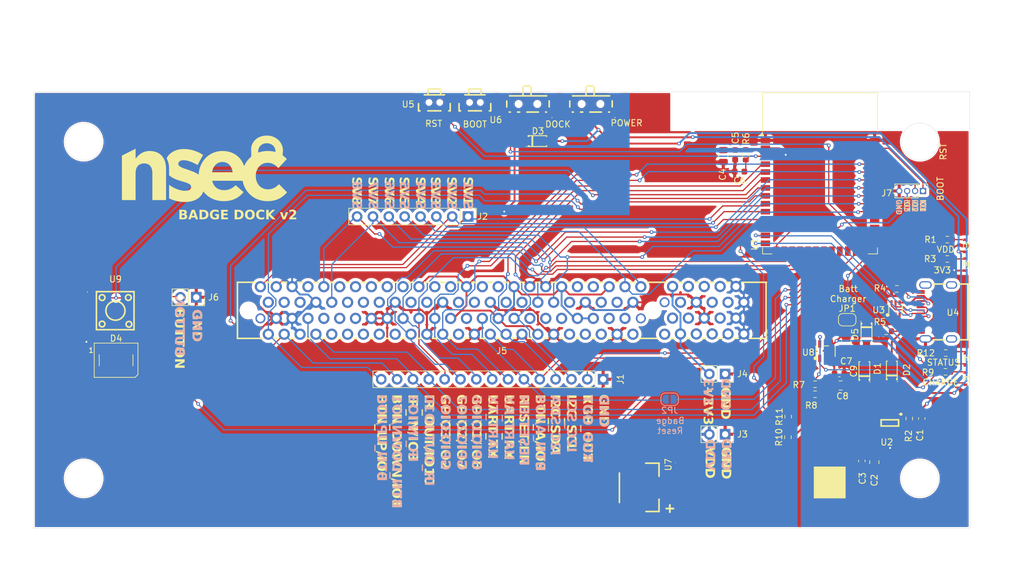
<source format=kicad_pcb>
(kicad_pcb (version 20240108) (generator "pcbnew") (generator_version "8.0")
  (layers (0 "F.Cu" signal) (31 "B.Cu" signal) (34 "B.Paste" user) (35 "F.Paste" user) (36 "B.SilkS" user "B.Silkscreen") (37 "F.SilkS" user "F.Silkscreen") (38 "B.Mask" user) (39 "F.Mask" user) (44 "Edge.Cuts" user))
  (net 0 "")
  (net 1 "GND")
  (net 2 "+3V3")
  (net 3 "IR_OUT")
  (net 4 "I2C_SCL")
  (net 5 "IR_IN")
  (net 6 "I2C_SDA")
  (net 7 "UART_RX")
  (net 8 "GPIO2")
  (net 9 "GPIO1")
  (net 10 "UART_TX")
  (net 11 "RESET")
  (net 12 "VDD")
  (net 13 "BTN_UP")
  (net 14 "BTN_DOWN")
  (net 15 "BTN_A")
  (net 16 "GPIO3")
  (net 17 "RGB_OUT")
  (net 71 "SV2")
  (net 72 "SV1")
  (net 73 "SV6")
  (net 74 "SV8")
  (net 75 "SV4")
  (net 76 "SV3")
  (net 77 "SV7")
  (net 78 "SV5")
  (net 82 "VBAT")
  (net 83 "POWER_IN")
  (net 84 "VBUS")
  (net 86 "Net-(U2-EN)")
  (net 87 "Net-(U3-CC2)")
  (net 88 "Net-(U3-CC1)")
  (net 91 "USB_D-")
  (net 92 "BOOTSEL")
  (net 93 "Net-(JP2-B)")
  (net 96 "USB_D+")
  (net 97 "Net-(J7-Pin_3)")
  (net 99 "Net-(J7-Pin_2)")
  (net 105 "RPROG")
  (net 106 "Net-(R7-Pad2)")
  (net 107 "CHRG")
  (net 108 "Net-(D3-C)")
  (net 109 "BADGE_VDD")
  (net 110 "BADGE_+3V3")
  (net 112 "BADGE_RESET")
  (net 113 "BTN_TRIGGER")
  (net 114 "Net-(LED1-C)")
  (net 115 "Net-(LED2-C)")
  (net 116 "Net-(LED3-C)")
  (net 117 "Net-(J7-Pin_1)")
  (net 118 "DOCK_RGB_LED")
  (net 119 "ADC_BATT")
  (net 120 "Net-(LED4-C)")
  (net 121 "STAT_LED")
  (net 123 "Net-(D5-C)")
  (net 124 "VBUS_CHRG")
  (footprint "footprints:SOT-25-5_L2.9-W1.6-P0.95-LS2.8-BL" (layer "F.Cu") (at 210.4 96.4 180)
    (property "Reference" "U2")
    (property "Value" "AP2112K-3_3TRG1")
  )
  (footprint "Capacitor_SMD:C_0603_1608Metric" (layer "F.Cu") (at 215.5 95.7 -90)
    (property "Reference" "C1")
    (property "Value" "1uF")
  )
  (footprint "footprints:SW-SMD_SSSS811101" (layer "F.Cu") (at 162.5 45.7 180)
    (property "Reference" "KEY1" (hide yes))
    (property "Value" "SSSS811101")
  )
  (footprint "Resistor_SMD:R_0603_1608Metric" (layer "F.Cu") (at 211.5 74.9 180)
    (property "Reference" "R4")
    (property "Value" "5.1K")
  )
  (footprint "LED_SMD:LED_WS2812B_PLCC4_5.0x5.0mm_P3.2mm" (layer "F.Cu") (at 86.4 86.35)
    (property "Reference" "D4")
    (property "Value" "WS2812B")
  )
  (footprint "Resistor_SMD:R_0603_1608Metric" (layer "F.Cu") (at 209.8 81.7 180)
    (property "Reference" "R5")
    (property "Value" "5.1K")
  )
  (footprint "Resistor_SMD:R_0603_1608Metric" (layer "F.Cu") (at 187.3 53.4 -90)
    (property "Reference" "R6")
    (property "Value" "10K")
  )
  (footprint "Capacitor_SMD:C_0603_1608Metric" (layer "F.Cu") (at 202.3 88.5)
    (property "Reference" "C9")
    (property "Value" "1uF")
  )
  (footprint "footprints:LED-SMD_L2.2-W1.0-RD_RED-SIDE" (layer "F.Cu") (at 222.4 71 -90)
    (property "Reference" "LED2" (hide yes))
    (property "Value" "LTST-S220KRKT")
  )
  (footprint "Connector_PinSocket_2.54mm:PinSocket_1x15_P2.54mm_Vertical" (layer "F.Cu") (at 164.45 89.4 -90)
    (property "Reference" "J1")
    (property "Value" "Conn_01x15_Socket")
  )
  (footprint "Capacitor_SMD:C_0603_1608Metric" (layer "F.Cu") (at 186.3 56.1 180)
    (property "Reference" "C6")
    (property "Value" "1uF")
  )
  (footprint "Resistor_SMD:R_0603_1608Metric" (layer "F.Cu") (at 194.1 95.4 90)
    (property "Reference" "R11")
    (property "Value" "100K")
  )
  (footprint "footprints:KEY-SMD_4P-L6.0-W6.0-P4.50-LS9.0" (layer "F.Cu") (at 86.3 78.4)
    (property "Reference" "U9")
    (property "Value" "K2-1102SP-Z4SC-04")
  )
  (footprint "footprints:LED-SMD_L2.2-W1.0-RD_RED-SIDE" (layer "F.Cu") (at 222.4 68 -90)
    (property "Reference" "LED1" (hide yes))
    (property "Value" "LTST-S220KRKT")
  )
  (footprint "Jumper:SolderJumper-2_P1.3mm_Bridged_RoundedPad1.0x1.5mm" (layer "F.Cu") (at 203.55 79.85)
    (property "Reference" "JP1")
    (property "Value" "SolderJumper_2_Bridged")
  )
  (footprint "Connector_PinSocket_2.54mm:PinSocket_1x02_P2.54mm_Vertical" (layer "F.Cu") (at 184 88.55 -90)
    (property "Reference" "J4")
    (property "Value" "Conn_01x02_Socket")
  )
  (footprint "Resistor_SMD:R_0603_1608Metric" (layer "F.Cu") (at 219.6 70.1 180)
    (property "Reference" "R3")
    (property "Value" "5.1K")
  )
  (footprint "footprints:LED-SMD_L2.2-W1.0-RD_RED-SIDE" (layer "F.Cu") (at 222.5 86.2 -90)
    (property "Reference" "LED4" (hide yes))
    (property "Value" "LTST-S220KRKT")
  )
  (footprint "Capacitor_SMD:C_0805_2012Metric" (layer "F.Cu") (at 202.5 90.4)
    (property "Reference" "C8")
    (property "Value" "10uF")
  )
  (footprint "footprints:CONN-TH_EH06003-DAW-DF" (layer "F.Cu") (at 148.264923 78.344933 180)
    (property "Reference" "J5")
    (property "Value" "Bus_PCI_32bit_Universal")
  )
  (footprint "footprints:SOT-23-5_L3.0-W1.7-P0.95-LS2.8-BL" (layer "F.Cu") (at 200.1 84.9)
    (property "Reference" "U8")
    (property "Value" "XT4054K421MR-G")
  )
  (footprint "Resistor_SMD:R_0603_1608Metric" (layer "F.Cu") (at 198.4 90.2)
    (property "Reference" "R7")
    (property "Value" "1K")
  )
  (footprint "Resistor_SMD:R_0603_1608Metric" (layer "F.Cu") (at 219.6 67 180)
    (property "Reference" "R1")
    (property "Value" "5.1K")
  )
  (footprint "Resistor_SMD:R_0603_1608Metric" (layer "F.Cu") (at 213.5 95.7 -90)
    (property "Reference" "R2")
    (property "Value" "100K")
  )
  (footprint "Capacitor_SMD:C_0603_1608Metric" (layer "F.Cu") (at 205.9 102.5 -90)
    (property "Reference" "C3")
    (property "Value" "1uF")
  )
  (footprint "Resistor_SMD:R_0603_1608Metric" (layer "F.Cu") (at 194.05 98.7 90)
    (property "Reference" "R10")
    (property "Value" "390K")
  )
  (footprint "Resistor_SMD:R_0603_1608Metric" (layer "F.Cu") (at 219.35 85.2 180)
    (property "Reference" "R12")
    (property "Value" "1K")
  )
  (footprint "Connector_PinHeader_2.54mm:PinHeader_1x08_P2.54mm_Vertical" (layer "F.Cu") (at 142.799965 63.3 -90)
    (property "Reference" "J2")
    (property "Value" "Conn_01x08_Socket")
  )
  (footprint "footprints:SOD-123_L2.8-W1.8-LS3.7-RD" (layer "F.Cu") (at 206.65 81.95 -90)
    (property "Reference" "D5")
    (property "Value" "MBR120LSF")
  )
  (footprint "Connector_PinSocket_2.54mm:PinSocket_1x02_P2.54mm_Vertical" (layer "F.Cu") (at 99.25 76.25 -90)
    (property "Reference" "J6")
    (property "Value" "Conn_01x02_Socket")
  )
  (footprint "Resistor_SMD:R_0603_1608Metric" (layer "F.Cu") (at 219.3 88.2 180)
    (property "Reference" "R9")
    (property "Value" "1K")
  )
  (footprint "footprints:USB-C_SMD-TYPE-C-31-M-12" (layer "F.Cu") (at 217.8 78.6 90)
    (property "Reference" "U3")
    (property "Value" "TYPE-C-31-M-12")
  )
  (footprint "footprints:SW-SMD_SSSS811101" (layer "F.Cu") (at 152.4 45.7 180)
    (property "Reference" "KEY2" (hide yes))
    (property "Value" "SSSS811101")
  )
  (footprint "footprints:SOD-123_L2.8-W1.8-LS3.7-RD" (layer "F.Cu") (at 154 51.2)
    (property "Reference" "D3")
    (property "Value" "MBR120LSF")
  )
  (footprint "footprints:SOT-363_L2.0-W1.3-P0.65-LS2.1-BL" (layer "F.Cu") (at 211.3 78.1)
    (property "Reference" "U4")
    (property "Value" "TPSMF05CT1G")
  )
  (footprint "Connector_PinSocket_2.54mm:PinSocket_1x02_P2.54mm_Vertical" (layer "F.Cu") (at 184 98.225 -90)
    (property "Reference" "J3")
    (property "Value" "Conn_01x02_Socket")
  )
  (footprint "footprints:SOD-123_L2.8-W1.8-LS3.7-RD" (layer "F.Cu") (at 210.7 87.9 90)
    (property "Reference" "D2")
    (property "Value" "MBR120LSF")
  )
  (footprint "footprints:ESP32-S3-WROOM-1" (layer "F.Cu") (at 199.2 56.35)
    (property "Reference" "U1")
    (property "Value" "ESP32-S3-WROOM-1")
  )
  (footprint "footprints:SOD-123_L2.8-W1.8-LS3.7-RD" (layer "F.Cu") (at 206.3 88 90)
    (property "Reference" "D1")
    (property "Value" "MBR120LSF")
  )
  (footprint "Capacitor_SMD:C_0805_2012Metric" (layer "F.Cu") (at 183.7 53.6 -90)
    (property "Reference" "C4")
    (property "Value" "10uF")
  )
  (footprint "Capacitor_SMD:C_0805_2012Metric" (layer "F.Cu") (at 203.4 83.55 -90)
    (property "Reference" "C7")
    (property "Value" "4.7uF")
  )
  (footprint "Resistor_SMD:R_0603_1608Metric" (layer "F.Cu") (at 198.4 91.8 180)
    (property "Reference" "R8")
    (property "Value" "1K")
  )
  (footprint "footprints:SW-SMD_L4.7-W3.5-P3.35-EH" (layer "F.Cu") (at 143.9 45.282449)
    (property "Reference" "U6")
    (property "Value" "GT-TC018A-H0375-L1")
  )
  (footprint "Capacitor_SMD:C_0805_2012Metric" (layer "F.Cu") (at 207.9 102.7 -90)
    (property "Reference" "C2")
    (property "Value" "10uF")
  )
  (footprint "Connector_PinHeader_1.27mm:PinHeader_1x04_P1.27mm_Vertical" (layer "F.Cu") (at 215.7 59.2 -90)
    (property "Reference" "J7")
    (property "Value" "Conn_01x04_Pin")
  )
  (footprint "Capacitor_SMD:C_0603_1608Metric" (layer "F.Cu") (at 185.6 53.4 -90)
    (property "Reference" "C5")
    (property "Value" "0.1uF")
  )
  (footprint "footprints:SW-SMD_L4.7-W3.5-P3.35-EH" (layer "F.Cu") (at 137.4 45.282449)
    (property "Reference" "U5")
    (property "Value" "GT-TC018A-H0375-L1" (hide yes))
  )
  (footprint "footprints:LED-SMD_L2.2-W1.0-RD_RED-SIDE" (layer "F.Cu") (at 222.484851 89.3 -90)
    (property "Reference" "LED3" (hide yes))
    (property "Value" "LTST-S220KRKT")
  )
  (footprint "footprints:CONN-SMD_XDWF-0920-02P" (layer "F.Cu") (at 172 106.8 -90)
    (property "Reference" "U7")
    (property "Value" "XDWF-0920-02P")
  )
  (footprint "Jumper:SolderJumper-2_P1.3mm_Open_RoundedPad1.0x1.5mm" (layer "B.Cu") (at 175.1 92.6)
    (property "Reference" "JP2")
    (property "Value" "SolderJumper_2_Open")
  )
  (gr_poly (pts (xy 89.52167 52.431255) (xy 89.520991 52.431323) (xy 89.520284 52.431437) (xy 89.519549 52.431598) (xy 89.518785 52.431805) (xy 89.517994 52.432059) (xy 89.517174 52.43236) (xy 89.516327 52.432707) (xy 89.515451 52.433101) (xy 89.514547 52.433541) (xy 87.340731 53.52045) (xy 87.339906 53.520909) (xy 87.339121 53.521422) (xy 87.338376 53.521985) (xy 87.337675 53.522597) (xy 87.337018 53.523253) (xy 87.336409 53.523952) (xy 87.335848 53.524689) (xy 87.335339 53.525463) (xy 87.334882 53.526271) (xy 87.334479 53.527109) (xy 87.334134 53.527975) (xy 87.333846 53.528866) (xy 87.33362 53.529779) (xy 87.333455 53.53071) (xy 87.333355 53.531659) (xy 87.333322 53.53262) (xy 87.333322 60.657584) (xy 87.33333 60.657925) (xy 87.333355 60.65826) (xy 87.333397 60.658591) (xy 87.333454 60.658917) (xy 87.333527 60.659237) (xy 87.333615 60.659551) (xy 87.333717 60.659858) (xy 87.333834 60.660158) (xy 87.333965 60.660451) (xy 87.334109 60.660737) (xy 87.334267 60.661014) (xy 87.334437 60.661282) (xy 87.33462 60.661541) (xy 87.334815 60.661791) (xy 87.335021 60.662031) (xy 87.335239 60.662261) (xy 87.335467 60.66248) (xy 87.335706 60.662688) (xy 87.335956 60.662885) (xy 87.336214 60.663069) (xy 87.336482 60.663241) (xy 87.336759 60.6634) (xy 87.337045 60.663547) (xy 87.337339 60.663679) (xy 87.33764 60.663798) (xy 87.337949 60.663902) (xy 87.338265 60.663991) (xy 87.338587 60.664065) (xy 87.338916 60.664123) (xy 87.33925 60.664165) (xy 87.33959 60.664191) (xy 87.339935 60.664199) (xy 89.51481 60.664199) (xy 89.515665 60.664186) (xy 89.516494 60.664145) (xy 89.517296 60.664078) (xy 89.518071 60.663985) (xy 89.518821 60.663864) (xy 89.519543 60.663716) (xy 89.520239 60.663542) (xy 89.520908 60.66334) (xy 89.521551 60.663112) (xy 89.522166 60.662857) (xy 89.522755 60.662575) (xy 89.523317 60.662267) (xy 89.523852 60.661931) (xy 89.52436 60.661568) (xy 89.524841 60.661179) (xy 89.525294 60.660763) (xy 89.525721 60.660319) (xy 89.526121 60.659849) (xy 89.526493 60.659352) (xy 89.526838 60.658828) (xy 89.527155 60.658278) (xy 89.527446 60.6577) (xy 89.527709 60.657095) (xy 89.527944 60.656463) (xy 89.528152 60.655805) (xy 89.528332 60.655119) (xy 89.528485 60.654407) (xy 89.52861 60.653668) (xy 89.528707 60.652901) (xy 89.528777 60.652108) (xy 89.528819 60.651288) (xy 89.528833 60.65044) (xy 89.527511 56.343818) (xy 89.530738 56.209056) (xy 89.541121 56.075767) (xy 89.55897 55.944742) (xy 89.584597 55.816772) (xy 89.600424 55.75418) (xy 89.618311 55.692649) (xy 89.638298 55.632277) (xy 89.660423 55.573163) (xy 89.684726 55.515406) (xy 89.711244 55.459105) (xy 89.740016 55.404359) (xy 89.771082 55.351267) (xy 89.80448 55.299927) (xy 89.84025 55.250439) (xy 89.878429 55.202901) (xy 89.919056 55.157413) (xy 89.962171 55.114072) (xy 90.007812 55.072979) (xy 90.056018 55.034231) (xy 90.106828 54.997928) (xy 90.16028 54.964169) (xy 90.216413 54.933053) (xy 90.275267 54.904677) (xy 90.336879 54.879142) (xy 90.401289 54.856547) (xy 90.468536 54.836989) (xy 90.538658 54.820568) (xy 90.611694 54.807383) (xy 90.675567 54.798556) (xy 90.738719 54.79192) (xy 90.80115 54.787475) (xy 90.862859 54.785221) (xy 90.923848 54.785158) (xy 90.984116 54.787287) (xy 91.043665 54.791609) (xy 91.102494 54.798122) (xy 91.198295 54.813424) (xy 91.289769 54.83386) (xy 91.376916 54.85943) (xy 91.459737 54.890134) (xy 91.499525 54.907411) (xy 91.538231 54.925972) (xy 91.575856 54.945816) (xy 91.612399 54.966944) (xy 91.64786 54.989356) (xy 91.68224 55.013051) (xy 91.715538 55.03803) (xy 91.747754 55.064293) (xy 91.778889 55.091839) (xy 91.808942 55.120669) (xy 91.837914 55.150783) (xy 91.865804 55.18218) (xy 91.892612 55.214861) (xy 91.918339 55.248825) (xy 91.942984 55.284073) (xy 91.966547 55.320605) (xy 92.010429 55.397521) (xy 92.049984 55.479571) (xy 92.085212 55.566756) (xy 92.116114 55.659076) (xy 92.138759 55.738056) (xy 92.158391 55.815986) (xy 92.175013 55.892867) (xy 92.188623 55.968699) (xy 92.199222 56.043481) (xy 92.20681 56.117214) (xy 92.211387 56.189898) (xy 92.212953 56.261533) (xy 92.214802 60.649647) (xy 92.214816 60.650543) (xy 92.214859 60.651411) (xy 92.21493 60.65225) (xy 92.21503 60.65306) (xy 92.215159 60.653842) (xy 92.215315 60.654596) (xy 92.215501 60.655321) (xy 92.215714 60.656017) (xy 92.215956 60.656685) (xy 92.216227 60.657325) (xy 92.216526 60.657936) (xy 92.216853 60.658519) (xy 92.217209 60.659073) (xy 92.217594 60.659599) (xy 92.218006 60.660096) (xy 92.218447 60.660564) (xy 92.218917 60.661005) (xy 92.219414 60.661417) (xy 92.219941 60.6618) (xy 92.220495 60.662155) (xy 92.221078 60.662482) (xy 92.221689 60.66278) (xy 92.222328 60.66305) (xy 92.222996 60.663291) (xy 92.223692 60.663504) (xy 92.224417 60.663688) (xy 92.225169 60.663844) (xy 92.22595 60.663972) (xy 92.226759 60.664071) (xy 92.227596 60.664142) (xy 92.228462 60.664185) (xy 92.229356 60.664199) (xy 94.403172 60.664199) (xy 94.403597 60.664192) (xy 94.404009 60.664171) (xy 94.404408 60.664136) (xy 94.404794 60.664087) (xy 94.405167 60.664025) (xy 94.405527 60.663948) (xy 94.405874 60.663857) (xy 94.406208 60.663753) (xy 94.406529 60.663634) (xy 94.406836 60.663501) (xy 94.407131 60.663355) (xy 94.407413 60.663194) (xy 94.407682 60.66302) (xy 94.407938 60.662832) (xy 94.40818 60.662629) (xy 94.40841 60.662413) (xy 94.408627 60.662183) (xy 94.408831 60.661938) (xy 94.409021 60.66168) (xy 94.409199 60.661408) (xy 94.409364 60.661122) (xy 94.409515 60.660822) (xy 94.409654 60.660508) (xy 94.40978 60.66018) (xy 94.409892 60.659838) (xy 94.409992 60.659483) (xy 94.410078 60.659113) (xy 94.410152 60.658729) (xy 94.410212 60.658332) (xy 94.41026 60.65792) (xy 94.410316 60.657055) (xy 94.409521 55.583934) (xy 94.407337 55.464574) (xy 94.401043 55.344619) (xy 94.390639 55.224068) (xy 94.376125 55.102922) (xy 94.3575 54.981181) (xy 94.334765 54.858844) (xy 94.30792 54.735912) (xy 94.276965 54.612385) (xy 94.258243 54.54526) (xy 94.238311 54.479615) (xy 94.217169 54.41545) (xy 94.194819 54.352766) (xy 94.171261 54.291561) (xy 94.146496 54.231835) (xy 94.120523 54.173589) (xy 94.093344 54.116821) (xy 94.020823 53.980221) (xy 93.942367 53.851013) (xy 93.857973 53.729198) (xy 93.767644 53.614773) (xy 93.671377 53.507741) (xy 93.569174 53.408101) (xy 93.461035 53.315852) (xy 93.346958 53.230995) (xy 93.226946 53.15353) (xy 93.100996 53.083457) (xy 92.969109 53.020775) (xy 92.831286 52.965486) (xy 92.687526 52.917588) (xy 92.537829 52.877082) (xy 92.382196 52.843968) (xy 92.220625 52.818245) (xy 92.082283 52.802628) (xy 91.944857 52.792946) (xy 91.808479 52.789294) (xy 91.673276 52.791766) (xy 91.539379 52.800457) (xy 91.406916 52.815459) (xy 91.276018 52.836869) (xy 91.146813 52.864779) (xy 91.019431 52.899284) (xy 90.894002 52.940478) (xy 90.770656 52.988456) (xy 90.64952 53.043311) (xy 90.530725 53.105137) (xy 90.414401 53.17403) (xy 90.300677 53.250082) (xy 90.189682 53.333389) (xy 90.10334 53.404281) (xy 90.018882 53.478447) (xy 89.936317 53.555887) (xy 89.85565 53.636602) (xy 89.77689 53.72059) (xy 89.700043 53.807853) (xy 89.625116 53.89839) (xy 89.552117 53.992201) (xy 89.549333 53.995706) (xy 89.546733 53.998679) (xy 89.545503 53.999966) (xy 89.544319 54.001121) (xy 89.54318 54.002143) (xy 89.542088 54.003031) (xy 89.541041 54.003787) (xy 89.540039 54.004411) (xy 89.539084 54.004901) (xy 89.538174 54.005259) (xy 89.537309 54.005483) (xy 89.536489 54.005575) (xy 89.535715 54.005535) (xy 89.534985 54.005361) (xy 89.534301 54.005055) (xy 89.533661 54.004616) (xy 89.533067 54.004044) (xy 89.532516 54.003339) (xy 89.532011 54.002502) (xy 89.53155 54.001531) (xy 89.531133 54.000428) (xy 89.530761 53.999193) (xy 89.530432 53.997824) (xy 89.530148 53.996323) (xy 89.529908 53.994689) (xy 89.529712 53.992922) (xy 89.52945 53.988991) (xy 89.529364 53.984528) (xy 89.529364 52.442537) (xy 89.529349 52.441536) (xy 89.529305 52.440581) (xy 89.529231 52.439672) (xy 89.529128 52.43881) (xy 89.528996 52.437994) (xy 89.528835 52.437225) (xy 89.528644 52.436502) (xy 89.528425 52.435826) (xy 89.528176 52.435196) (xy 89.527898 52.434612) (xy 89.527592 52.434075) (xy 89.527256 52.433584) (xy 89.526892 52.43314) (xy 89.526498 52.432742) (xy 89.526076 52.432391) (xy 89.525626 52.432086) (xy 89.525146 52.431828) (xy 89.524638 52.431616) (xy 89.524101 52.431451) (xy 89.523536 52.431332) (xy 89.522943 52.43126) (xy 89.52232 52.431234)) (stroke (width -0.000001)) (fill solid) (layer "F.SilkS"))
  (gr_rect (start 198.25 103.45) (end 203.25 108.45) (stroke (width 0.1)) (fill solid) (layer "F.SilkS"))
  (gr_poly (pts (xy 110.490281 50.317187) (xy 110.37618 50.322343) (xy 110.260709 50.331691) (xy 110.082084 50.353992) (xy 109.908447 50.385343) (xy 109.740076 50.425847) (xy 109.577253 50.475604) (xy 109.420257 50.534717) (xy 109.344032 50.567814) (xy 109.269369 50.603289) (xy 109.196303 50.641153) (xy 109.124869 50.68142) (xy 109.055103 50.724102) (xy 108.987038 50.769213) (xy 108.92071 50.816764) (xy 108.856154 50.86677) (xy 108.793406 50.919241) (xy 108.7325 50.974192) (xy 108.673471 51.031635) (xy 108.616354 51.091582) (xy 108.561184 51.154047) (xy 108.507997 51.219042) (xy 108.456827 51.286579) (xy 108.40771 51.356673) (xy 108.360679 51.429334) (xy 108.315771 51.504577) (xy 108.273021 51.582414) (xy 108.232463 51.662857) (xy 108.194133 51.745919) (xy 108.158065 51.831614) (xy 108.139187 51.881323) (xy 108.122103 51.932024) (xy 108.106812 51.983717) (xy 108.093315 52.036402) (xy 108.081611 52.090079) (xy 108.0717 52.144749) (xy 108.063583 52.20041) (xy 108.057259 52.257064) (xy 108.052997 52.30595) (xy 108.049461 52.353787) (xy 108.04665 52.400574) (xy 108.044565 52.446311) (xy 108.043208 52.490997) (xy 108.042577 52.534632) (xy 108.042675 52.577216) (xy 108.043501 52.618749) (xy 108.060302 53.095363) (xy 108.063293 53.216788) (xy 108.064783 53.338073) (xy 108.064264 53.458694) (xy 108.061227 53.578129) (xy 108.060622 53.591804) (xy 108.059859 53.605448) (xy 108.058937 53.619059) (xy 108.057858 53.632636) (xy 108.056621 53.64618) (xy 108.055226 53.65969) (xy 108.053675 53.673166) (xy 108.051967 53.686608) (xy 108.051705 53.688276) (xy 108.051377 53.689907) (xy 108.050981 53.691501) (xy 108.050519 53.693057) (xy 108.04999 53.694576) (xy 108.049395 53.696058) (xy 108.048733 53.697503) (xy 108.048005 53.698911) (xy 108.04721 53.700281) (xy 108.046349 53.701615) (xy 108.045422 53.702911) (xy 108.044429 53.704169) (xy 108.043369 53.705391) (xy 108.042244 53.706575) (xy 108.041053 53.707723) (xy 108.039796 53.708833) (xy 107.949697 53.786838) (xy 107.862419 53.866867) (xy 107.777962 53.94892) (xy 107.696326 54.032996) (xy 107.617511 54.119095) (xy 107.541517 54.207219) (xy 107.468345 54.297366) (xy 107.397993 54.389536) (xy 107.330463 54.483731) (xy 107.265754 54.579949) (xy 107.203866 54.678191) (xy 107.1448 54.778457) (xy 107.088555 54.880747) (xy 107.035131 54.98506) (xy 106.984529 55.091398) (xy 106.936748 55.19976) (xy 106.936139 55.201136) (xy 106.935534 55.202423) (xy 106.934931 55.20362) (xy 106.934331 55.204727) (xy 106.933734 55.205744) (xy 106.93314 55.206671) (xy 106.93255 55.207509) (xy 106.931962 55.208257) (xy 106.931377 55.208915) (xy 106.930795 55.209483) (xy 106.930216 55.209961) (xy 106.92964 55.21035) (xy 106.929067 55.210648) (xy 106.928497 55.210857) (xy 106.92793 55.210976) (xy 106.927366 55.211004) (xy 106.926805 55.210943) (xy 106.926247 55.210792) (xy 106.925692 55.210551) (xy 106.92514 55.210221) (xy 106.924591 55.2098) (xy 106.924045 55.209289) (xy 106.923503 55.208688) (xy 106.922963 55.207997) (xy 106.922426 55.207217) (xy 106.921893 55.206346) (xy 106.921362 55.205385) (xy 106.920835 55.204334) (xy 106.920311 55.203194) (xy 106.91979 55.201963) (xy 106.919271 55.200642) (xy 106.918756 55.199231) (xy 106.892338 55.126577) (xy 106.864585 55.054399) (xy 106.835508 54.982746) (xy 106.805118 54.911666) (xy 106.773426 54.841208) (xy 106.740442 54.77142) (xy 106.706178 54.70235) (xy 106.670644 54.634048) (xy 106.633851 54.566561) (xy 106.59581 54.499938) (xy 106.556532 54.434227) (xy 106.516028 54.369477) (xy 106.474308 54.305736) (xy 106.431384 54.243053) (xy 106.387266 54.181476) (xy 106.341965 54.121054) (xy 106.19731 53.944814) (xy 106.044315 53.781888) (xy 105.883405 53.632092) (xy 105.715002 53.49524) (xy 105.53953 53.371147) (xy 105.357411 53.259627) (xy 105.16907 53.160496) (xy 104.974929 53.073568) (xy 104.775412 52.998658) (xy 104.570942 52.935581) (xy 104.361941 52.884151) (xy 104.148834 52.844183) (xy 103.932044 52.815492) (xy 103.711993 52.797892) (xy 103.489105 52.791199) (xy 103.263803 52.795226) (xy 103.06098 52.80897) (xy 102.860361 52.833332) (xy 102.66233 52.868156) (xy 102.467275 52.913288) (xy 102.275581 52.968576) (xy 102.087633 53.033863) (xy 101.903819 53.108996) (xy 101.724524 53.193821) (xy 101.550134 53.288184) (xy 101.381035 53.391929) (xy 101.217613 53.504903) (xy 101.060255 53.626952) (xy 100.909345 53.757922) (xy 100.765271 53.897657) (xy 100.628418 54.046005) (xy 100.499173 54.20281) (xy 100.412902 54.317663) (xy 100.331096 54.434812) (xy 100.253755 54.554257) (xy 100.180879 54.675999) (xy 100.112467 54.800038) (xy 100.048521 54.926373) (xy 99.989039 55.055004) (xy 99.934022 55.185932) (xy 99.88347 55.319157) (xy 99.837383 55.454678) (xy 99.795761 55.592496) (xy 99.758603 55.732611) (xy 99.72591 55.875022) (xy 99.697683 56.01973) (xy 99.67392 56.166735) (xy 99.654621 56.316037) (xy 99.648297 56.376411) (xy 99.643057 56.437679) (xy 99.638902 56.49984) (xy 99.635836 56.562893) (xy 99.635771 56.564151) (xy 99.635674 56.565346) (xy 99.635546 56.566477) (xy 99.635386 56.567544) (xy 99.635195 56.568548) (xy 99.634972 56.569488) (xy 99.634718 56.570365) (xy 99.634432 56.571178) (xy 99.634114 56.571928) (xy 99.633766 56.572614) (xy 99.633385 56.573236) (xy 99.632973 56.573795) (xy 99.63253 56.57429) (xy 99.632055 56.574722) (xy 99.631549 56.57509) (xy 99.631011 56.575395) (xy 99.630441 56.575636) (xy 99.62984 56.575813) (xy 99.629207 56.575927) (xy 99.628543 56.575978) (xy 99.627847 56.575965) (xy 99.62712 56.575888) (xy 99.626361 56.575748) (xy 99.62557 56.575544) (xy 99.624748 56.575276) (xy 99.623895 56.574945) (xy 99.623009 56.574551) (xy 99.622092 56.574093) (xy 99.621144 56.573571) (xy 99.620164 56.572986) (xy 99.619152 56.572337) (xy 99.618109 56.571625) (xy 99.544451 56.520767) (xy 99.46938 56.471643) (xy 99.392968 56.424203) (xy 99.31529 56.378396) (xy 99.236419 56.33417) (xy 99.156431 56.291474) (xy 98.993395 56.210468) (xy 98.826775 56.134969) (xy 98.657164 56.064567) (xy 98.485152 55.998853) (xy 98.311332 55.937418) (xy 97.819211 55.769011) (xy 97.34719 55.606159) (xy 97.266822 55.577562) (xy 97.188297 55.547988) (xy 97.111615 55.517437) (xy 97.036775 55.48591) (xy 96.963779 55.453406) (xy 96.892625 55.419927) (xy 96.823314 55.385473) (xy 96.755847 55.350043) (xy 96.713536 55.32629) (xy 96.672244 55.30112) (xy 96.632286 55.274462) (xy 96.59398 55.246244) (xy 96.557643 55.216395) (xy 96.523591 55.184844) (xy 96.492143 55.151519) (xy 96.463615 55.11635) (xy 96.450545 55.098051) (xy 96.438323 55.079264) (xy 96.426991 55.059981) (xy 96.416586 55.040191) (xy 96.407149 55.019887) (xy 96.39872 54.99906) (xy 96.391338 54.977699) (xy 96.385042 54.955798) (xy 96.379873 54.933346) (xy 96.375869 54.910334) (xy 96.373071 54.886755) (xy 96.371518 54.862598) (xy 96.371251 54.837856) (xy 96.372307 54.812518) (xy 96.374728 54.786577) (xy 96.378552 54.760023) (xy 96.383616 54.734157) (xy 96.389903 54.709093) (xy 96.397372 54.684822) (xy 96.405984 54.661338) (xy 96.415699 54.638634) (xy 96.426478 54.616703) (xy 96.438281 54.595538) (xy 96.451068 54.575133) (xy 96.4648 54.555479) (xy 96.479436 54.536571) (xy 96.494937 54.518402) (xy 96.511264 54.500964) (xy 96.546236 54.468255) (xy 96.584033 54.438388) (xy 96.624339 54.411309) (xy 96.666836 54.386962) (xy 96.711206 54.365292) (xy 96.757133 54.346243) (xy 96.804298 54.329759) (xy 96.852384 54.315786) (xy 96.901075 54.304268) (xy 96.950051 54.295149) (xy 97.027532 54.284577) (xy 97.105889 54.277646) (xy 97.184974 54.274177) (xy 97.264641 54.273991) (xy 97.344742 54.276908) (xy 97.42513 54.28275) (xy 97.505657 54.291337) (xy 97.586176 54.302491) (xy 97.666541 54.316033) (xy 97.746603 54.331783) (xy 97.826215 54.349562) (xy 97.905231 54.369191) (xy 98.060882 54.413285) (xy 98.212379 54.462631) (xy 98.367832 54.518767) (xy 98.522507 54.579228) (xy 98.676404 54.644012) (xy 98.829522 54.713121) (xy 98.981864 54.786555) (xy 99.133427 54.864314) (xy 99.284215 54.946398) (xy 99.434225 55.032808) (xy 99.435294 55.033409) (xy 99.436349 55.033956) (xy 99.437388 55.034449) (xy 99.438414 55.034889) (xy 99.439425 55.035275) (xy 99.440421 55.035607) (xy 99.441403 55.035886) (xy 99.44237 55.036111) (xy 99.443322 55.036283) (xy 99.44426 55.036401) (xy 99.445184 55.036465) (xy 99.446093 55.036475) (xy 99.446987 55.036432) (xy 99.447867 55.036335) (xy 99.448732 55.036184) (xy 99.449582 55.03598) (xy 99.450418 55.035721) (xy 99.45124 55.03541) (xy 99.452047 55.035044) (xy 99.452839 55.034625) (xy 99.453617 55.034152) (xy 99.45438 55.033625) (xy 99.455129 55.033044) (xy 99.455863 55.03241) (xy 99.456582 55.031722) (xy 99.457287 55.03098) (xy 99.457977 55.030184) (xy 99.458653 55.029335) (xy 99.459314 55.028432) (xy 99.459961 55.027475) (xy 99.460593 55.026464) (xy 99.46121 55.0254) (xy 100.339363 53.434989) (xy 100.339681 53.434372) (xy 100.339966 53.433746) (xy 100.340219 53.433113) (xy 100.34044 53.432473) (xy 100.340628 53.431827) (xy 100.340785 53.431178) (xy 100.34091 53.430525) (xy 100.341004 53.42987) (xy 100.341067 53.429213) (xy 100.341099 53.428557) (xy 100.341101 53.427901) (xy 100.341072 53.427248) (xy 100.341014 53.426597) (xy 100.340926 53.42595) (xy 100.340809 53.425309) (xy 100.340663 53.424673) (xy 100.340488 53.424045) (xy 100.340285 53.423425) (xy 100.340053 53.422815) (xy 100.339794 53.422215) (xy 100.339506 53.421626) (xy 100.339192 53.42105) (xy 100.33885 53.420487) (xy 100.338482 53.419939) (xy 100.338086 53.419406) (xy 100.337665 53.41889) (xy 100.337218 53.418392) (xy 100.336745 53.417912) (xy 100.336246 53.417453) (xy 100.335722 53.417014) (xy 100.335174 53.416597) (xy 100.3346 53.416203) (xy 100.151903 53.300877) (xy 99.964589 53.192166) (xy 99.772982 53.090276) (xy 99.577409 52.995409) (xy 99.378194 52.907769) (xy 99.175663 52.82756) (xy 98.97014 52.754987) (xy 98.761951 52.690253) (xy 98.551421 52.633562) (xy 98.338875 52.585117) (xy 98.124639 52.545124) (xy 97.909038 52.513784) (xy 97.692396 52.491303) (xy 97.475039 52.477885) (xy 97.257292 52.473732) (xy 97.03948 52.479049) (xy 96.84644 52.492914) (xy 96.653956 52.516645) (xy 96.462898 52.550385) (xy 96.274131 52.594275) (xy 96.088525 52.64846) (xy 95.906945 52.713082) (xy 95.730259 52.788282) (xy 95.644022 52.829894) (xy 95.559335 52.874205) (xy 95.476304 52.921231) (xy 95.39504 52.970991) (xy 95.315649 53.023504) (xy 95.238241 53.078785) (xy 95.162924 53.136855) (xy 95.089806 53.197729) (xy 95.018996 53.261427) (xy 94.950603 53.327965) (xy 94.884734 53.397362) (xy 94.821498 53.469636) (xy 94.761003 53.544804) (xy 94.703359 53.622884) (xy 94.648672 53.703895) (xy 94.597053 53.787853) (xy 94.548609 53.874777) (xy 94.503448 53.964684) (xy 94.5028 53.966138) (xy 94.502246 53.967593) (xy 94.501784 53.969047) (xy 94.501415 53.970503) (xy 94.50114 53.971958) (xy 94.500957 53.973414) (xy 94.500867 53.97487) (xy 94.50087 53.976326) (xy 94.500966 53.977782) (xy 94.501155 53.979238) (xy 94.501437 53.980694) (xy 94.501813 53.982149) (xy 94.502281 53.983605) (xy 94.502842 53.98506) (xy 94.503496 53.986514) (xy 94.504243 53.987968) (xy 94.548409 54.072476) (xy 94.58983 54.158536) (xy 94.628512 54.246028) (xy 94.664465 54.334828) (xy 94.697695 54.424817) (xy 94.728211 54.515871) (xy 94.75602 54.607869) (xy 94.78113 54.700689) (xy 94.803548 54.794211) (xy 94.823283 54.888311) (xy 94.840342 54.982869) (xy 94.854733 55.077762) (xy 94.866464 55.172869) (xy 94.875542 55.268069) (xy 94.881976 55.363239) (xy 94.885772 55.458257) (xy 94.892162 55.760969) (xy 94.895175 56.060575) (xy 94.89481 56.357075) (xy 94.891064 56.65047) (xy 94.891055 56.652863) (xy 94.891158 56.65521) (xy 94.891372 56.657512) (xy 94.891698 56.659767) (xy 94.892135 56.661977) (xy 94.892684 56.664141) (xy 94.893345 56.66626) (xy 94.894116 56.668333) (xy 94.894999 56.67036) (xy 94.895993 56.672342) (xy 94.897099 56.674278) (xy 94.898315 56.676169) (xy 94.899643 56.678015) (xy 94.901082 56.679815) (xy 94.902632 56.681569) (xy 94.904293 56.683279) (xy 94.926155 56.704815) (xy 94.948479 56.726028) (xy 94.971268 56.746916) (xy 94.994519 56.767482) (xy 95.018232 56.787725) (xy 95.042408 56.807646) (xy 95.067046 56.827247) (xy 95.092146 56.846526) (xy 95.169916 56.903374) (xy 95.24937 56.957788) (xy 95.330406 57.009853) (xy 95.41292 57.059653) (xy 95.496811 57.107271) (xy 95.581977 57.152792) (xy 95.668314 57.1963) (xy 95.755721 57.237878) (xy 95.844096 57.277613) (xy 95.933335 57.315586) (xy 96.114 57.386587) (xy 96.296897 57.451554) (xy 96.481208 57.51116) (xy 96.903961 57.640141) (xy 97.321791 57.764101) (xy 97.397174 57.786729) (xy 97.471835 57.810301) (xy 97.545775 57.834818) (xy 97.618994 57.860277) (xy 97.691493 57.886679) (xy 97.763271 57.914023) (xy 97.83433 57.942309) (xy 97.904669 57.971535) (xy 97.938758 57.986425) (xy 97.972327 58.001944) (xy 98.005313 58.018119) (xy 98.037654 58.034977) (xy 98.069288 58.052545) (xy 98.100154 58.07085) (xy 98.130188 58.089919) (xy 98.159329 58.10978) (xy 98.187516 58.130459) (xy 98.214685 58.151984) (xy 98.240776 58.174381) (xy 98.265725 58.197679) (xy 98.289472 58.221904) (xy 98.311953 58.247083) (xy 98.333107 58.273243) (xy 98.352873 58.300412) (xy 98.357914 58.307897) (xy 98.36272 58.315338) (xy 98.36729 58.322737) (xy 98.371625 58.330092) (xy 98.375724 58.337405) (xy 98.379587 58.344674) (xy 98.383215 58.3519) (xy 98.386607 58.359083) (xy 98.389763 58.366223) (xy 98.392684 58.373318) (xy 98.395369 58.380371) (xy 98.397818 58.387379) (xy 98.400032 58.394344) (xy 98.40201 58.401265) (xy 98.403752 58.408143) (xy 98.405259 58.414976) (xy 98.412521 58.456615) (xy 98.417383 58.496955) (xy 98.41991 58.536005) (xy 98.420168 58.573775) (xy 98.418223 58.610272) (xy 98.414138 58.645507) (xy 98.407981 58.679489) (xy 98.399815 58.712227) (xy 98.389706 58.74373) (xy 98.377719 58.774008) (xy 98.36392 58.803069) (xy 98.348374 58.830923) (xy 98.331146 58.857579) (xy 98.312302 58.883046) (xy 98.291906 58.907333) (xy 98.270024 58.930451) (xy 98.246721 58.952407) (xy 98.222063 58.973211) (xy 98.196114 58.992872) (xy 98.16894 59.0114) (xy 98.140606 59.028803) (xy 98.111178 59.045091) (xy 98.049299 59.074359) (xy 97.983825 59.099277) (xy 97.915278 59.119918) (xy 97.844179 59.136356) (xy 97.771052 59.148666) (xy 97.662855 59.161057) (xy 97.55297 59.168604) (xy 97.441399 59.171306) (xy 97.328141 59.169164) (xy 97.213196 59.162178) (xy 97.096564 59.150347) (xy 96.978245 59.133672) (xy 96.858239 59.112153) (xy 96.72626 59.083707) (xy 96.595633 59.050959) (xy 96.466358 59.014069) (xy 96.338437 58.973193) (xy 96.211869 58.92849) (xy 96.086654 58.880116) (xy 95.962794 58.828231) (xy 95.840289 58.772991) (xy 95.719138 58.714554) (xy 95.599343 58.653078) (xy 95.480903 58.588721) (xy 95.36382 58.521641) (xy 95.248093 58.451995) (xy 95.133723 58.37994) (xy 95.020711 58.305636) (xy 94.909056 58.229239) (xy 94.908113 58.228605) (xy 94.9072 58.228028) (xy 94.906317 58.227508) (xy 94.905464 58.227045) (xy 94.904641 58.226639) (xy 94.903847 58.226289) (xy 94.903083 58.225997) (xy 94.902349 58.225761) (xy 94.901645 58.225583) (xy 94.900971 58.225461) (xy 94.900326 58.225396) (xy 94.899712 58.225388) (xy 94.899127 58.225437) (xy 94.898572 58.225543) (xy 94.898047 58.225705) (xy 94.897552 58.225925) (xy 94.897087 58.226201) (xy 94.896652 58.226535) (xy 94.896247 58.226925) (xy 94.895872 58.227372) (xy 94.895526 58.227876) (xy 94.895211 58.228437) (xy 94.894926 58.229055) (xy 94.89467 58.22973) (xy 94.894445 58.230462) (xy 94.89425 58.23125) (xy 94.894084 58.232095) (xy 94.893949 58.232998) (xy 94.893844 58.233957) (xy 94.893768 58.234973) (xy 94.893723 58.236046) (xy 94.893708 58.237176) (xy 94.893708 60.368659) (xy 94.893775 60.370936) (xy 94.893858 60.372043) (xy 94.893974 60.373131) (xy 94.894123 60.374198) (xy 94.894305 60.375245) (xy 94.894521 60.376271) (xy 94.894769 60.377278) (xy 94.895051 60.378264) (xy 94.895366 60.37923) (xy 94.895714 60.380175) (xy 94.896095 60.381101) (xy 94.896509 60.382006) (xy 94.896956 60.382891) (xy 94.897436 60.383756) (xy 94.897949 60.384601) (xy 94.898495 60.385425) (xy 94.899074 60.38623) (xy 94.899687 60.387014) (xy 94.900332 60.387778) (xy 94.90101 60.388522) (xy 94.901721 60.389246) (xy 94.902465 60.38995) (xy 94.903242 60.390634) (xy 94.904052 60.391298) (xy 94.904895 60.391941) (xy 94.905771 60.392565) (xy 94.906679 60.393168) (xy 94.907621 60.393752) (xy 94.908595 60.394315) (xy 94.910643 60.395382) (xy 95.082953 60.474486) (xy 95.255854 60.547759) (xy 95.429346 60.6152) (xy 95.603428 60.676811) (xy 95.778101 60.732591) (xy 95.953365 60.78254) (xy 96.129219 60.826658) (xy 96.305665 60.864945) (xy 96.482701 60.897401) (xy 96.660328 60.924026) (xy 96.838547 60.94482) (xy 97.017357 60.959783) (xy 97.196758 60.968915) (xy 97.37675 60.972216) (xy 97.557334 60.969687) (xy 97.73851 60.961326) (xy 97.951901 60.94319) (xy 98.163129 60.91523) (xy 98.371263 60.877089) (xy 98.575374 60.828406) (xy 98.774532 60.768821) (xy 98.871963 60.734828) (xy 98.967807 60.697975) (xy 99.061947 60.658216) (xy 99.154269 60.615507) (xy 99.244654 60.569803) (xy 99.332988 60.521059) (xy 99.419154 60.46923) (xy 99.503035 60.414271) (xy 99.584516 60.356137) (xy 99.66348 60.294783) (xy 99.739811 60.230164) (xy 99.813393 60.162235) (xy 99.88411 60.090951) (xy 99.951844 60.016268) (xy 100.016481 59.938139) (xy 100.077904 59.856521) (xy 100.135996 59.771369) (xy 100.190642 59.682636) (xy 100.241726 59.59028) (xy 100.28913 59.494253) (xy 100.332739 59.394512) (xy 100.372436 59.291012) (xy 100.372788 59.290065) (xy 100.373149 59.289173) (xy 100.37352 59.288336) (xy 100.3739 59.287554) (xy 100.374289 59.286828) (xy 100.374687 59.286157) (xy 100.375095 59.285541) (xy 100.375512 59.28498) (xy 100.375939 59.284474) (xy 100.376374 59.284024) (xy 100.376819 59.283629) (xy 100.377273 59.283289) (xy 100.377737 59.283005) (xy 100.37821 59.282775) (xy 100.378692 59.282601) (xy 100.379184 59.282482) (xy 100.379684 59.282419) (xy 100.380194 59.282411) (xy 100.380714 59.282458) (xy 100.381242 59.28256) (xy 100.38178 59.282718) (xy 100.382327 59.28293) (xy 100.382884 59.283199) (xy 100.38345 59.283522) (xy 100.384025 59.283901) (xy 100.384609 59.284335) (xy 100.385203 59.284824) (xy 100.385806 59.285369) (xy 100.386419 59.285969) (xy 100.38704 59.286625) (xy 100.387671 59.287335) (xy 100.388311 59.288101) (xy 100.464015 59.380886) (xy 100.527615 59.45763) (xy 100.554875 59.489987) (xy 100.579109 59.518335) (xy 100.600317 59.542673) (xy 100.618499 59.563004) (xy 100.753766 59.703919) (xy 100.894963 59.836553) (xy 101.041815 59.960908) (xy 101.194046 60.076985) (xy 101.351379 60.184789) (xy 101.513537 60.284322) (xy 101.680245 60.375586) (xy 101.851226 60.458585) (xy 102.026203 60.53332) (xy 102.204901 60.599795) (xy 102.387043 60.658013) (xy 102.572352 60.707975) (xy 102.760552 60.749686) (xy 102.951368 60.783146) (xy 103.144522 60.80836) (xy 103.339738 60.82533) (xy 103.524528 60.834151) (xy 103.707681 60.836265) (xy 103.889195 60.831672) (xy 104.069072 60.820373) (xy 104.247311 60.802368) (xy 104.42391 60.777657) (xy 104.598871 60.746241) (xy 104.772192 60.70812) (xy 104.922751 60.668595) (xy 105.070664 60.623099) (xy 105.215843 60.571715) (xy 105.358203 60.514523) (xy 105.497658 60.451606) (xy 105.634121 60.383046) (xy 105.767507 60.308925) (xy 105.89773 60.229323) (xy 106.024703 60.144323) (xy 106.148341 60.054007) (xy 106.268557 59.958456) (xy 106.385266 59.857753) (xy 106.498381 59.751978) (xy 106.607817 59.641215) (xy 106.713487 59.525544) (xy 106.815305 59.405047) (xy 106.815961 59.404223) (xy 106.816572 59.403403) (xy 106.817136 59.402587) (xy 106.817654 59.401775) (xy 106.818126 59.400967) (xy 106.818551 59.400164) (xy 106.818931 59.399364) (xy 106.819264 59.398568) (xy 106.819552 59.397777) (xy 106.819793 59.396989) (xy 106.819988 59.396206) (xy 106.820137 59.395427) (xy 106.82024 59.394651) (xy 106.820297 59.39388) (xy 106.820307 59.393113) (xy 106.820272 59.39235) (xy 106.820191 59.391591) (xy 106.820064 59.390837) (xy 106.81989 59.390086) (xy 106.819671 59.38934) (xy 106.819405 59.388597) (xy 106.819094 59.387859) (xy 106.818737 59.387125) (xy 106.818333 59.386395) (xy 106.817884 59.385669) (xy 106.817389 59.384948) (xy 106.816848 59.38423) (xy 106.816261 59.383517) (xy 106.815628 59.382808) (xy 106.814949 59.382103) (xy 106.814224 59.381402) (xy 106.813453 59.380705) (xy 105.579171 58.287976) (xy 105.578395 58.287304) (xy 105.577619 58.286675) (xy 105.576842 58.28609) (xy 105.576066 58.285549) (xy 105.575289 58.285052) (xy 105.574513 58.284599) (xy 105.573737 58.28419) (xy 105.57296 58.283824) (xy 105.572183 58.283503) (xy 105.571407 58.283225) (xy 105.57063 58.282992) (xy 105.569854 58.282802) (xy 105.569077 58.282656) (xy 105.5683 58.282555) (xy 105.567523 58.282497) (xy 105.566746 58.282483) (xy 105.565969 58.282513) (xy 105.565192 58.282587) (xy 105.564415 58.282705) (xy 105.563637 58.282867) (xy 105.56286 58.283073) (xy 105.562082 58.283323) (xy 105.561305 58.283616) (xy 105.560527 58.283954) (xy 105.559749 58.284336) (xy 105.558971 58.284762) (xy 105.558193 58.285232) (xy 105.557415 58.285745) (xy 105.556636 58.286303) (xy 105.555858 58.286905) (xy 105.555079 58.287551) (xy 105.5543 58.288241) (xy 105.478092 58.356832) (xy 105.400815 58.423376) (xy 105.322382 58.487687) (xy 105.242704 58.549579) (xy 105.161693 58.608864) (xy 105.07926 58.665357) (xy 104.995317 58.718871) (xy 104.909776 58.76922) (xy 104.822548 58.816217) (xy 104.733545 58.859676) (xy 104.642678 58.89941) (xy 104.54986 58.935234) (xy 104.455001 58.96696) (xy 104.358014 58.994402) (xy 104.25881 59.017374) (xy 104.157301 59.035689) (xy 104.094567 59.044798) (xy 104.032372 59.052608) (xy 103.970717 59.05912) (xy 103.909601 59.064334) (xy 103.849025 59.068249) (xy 103.788988 59.070866) (xy 103.729491 59.072184) (xy 103.670533 59.072204) (xy 103.612115 59.070927) (xy 103.554237 59.068351) (xy 103.496897 59.064476) (xy 103.440098 59.059304) (xy 103.383838 59.052834) (xy 103.328117 59.045065) (xy 103.272936 59.035999) (xy 103.218295 59.025635) (xy 103.147115 59.009872) (xy 103.07769 58.991878) (xy 103.010023 58.971684) (xy 102.944113 58.949327) (xy 102.879961 58.924839) (xy 102.817569 58.898255) (xy 102.756937 58.869608) (xy 102.698066 58.838934) (xy 102.640956 58.806265) (xy 102.58561 58.771637) (xy 102.480209 58.696636) (xy 102.38187 58.614204) (xy 102.290599 58.524613) (xy 102.206404 58.428136) (xy 102.129291 58.325044) (xy 102.059268 58.215612) (xy 101.996341 58.10011) (xy 101.940518 57.978812) (xy 101.891805 57.851989) (xy 101.85021 57.719915) (xy 101.815739 57.582862) (xy 101.815558 57.581983) (xy 101.815412 57.581132) (xy 101.8153 57.580309) (xy 101.815223 57.579513) (xy 101.815181 57.578746) (xy 101.815173 57.578006) (xy 101.8152 57.577295) (xy 101.815262 57.576611) (xy 101.815358 57.575955) (xy 101.815489 57.575327) (xy 101.815655 57.574727) (xy 101.815855 57.574155) (xy 101.81609 57.573611) (xy 101.816359 57.573095) (xy 101.816663 57.572606) (xy 101.817002 57.572146) (xy 101.817375 57.571713) (xy 101.817783 57.571309) (xy 101.818225 57.570932) (xy 101.818702 57.570583) (xy 101.819214 57.570262) (xy 101.81976 57.569969) (xy 101.82034 57.569704) (xy 101.820955 57.569467) (xy 101.821604 57.569258) (xy 101.822288 57.569076) (xy 101.823007 57.568923) (xy 101.82376 57.568797) (xy 101.824547 57.568699) (xy 101.825369 57.56863) (xy 101.826225 57.568588) (xy 101.827116 57.568574) (xy 106.665551 57.568574) (xy 106.666319 57.568586) (xy 106.667068 57.568621) (xy 106.667796 57.568681) (xy 106.668504 57.568764) (xy 106.669191 57.56887) (xy 106.669859 57.569001) (xy 106.670506 57.569155) (xy 106.671132 57.569333) (xy 106.671739 57.569535) (xy 106.672325 57.569761) (xy 106.672891 57.57001) (xy 106.673436 57.570283) (xy 106.673962 57.57058) (xy 106.674467 57.570901) (xy 106.674952 57.571245) (xy 106.675416 57.571614) (xy 106.675861 57.572006) (xy 106.676285 57.572421) (xy 106.676689 57.572861) (xy 106.677073 57.573325) (xy 106.677436 57.573812) (xy 106.67778 57.574323) (xy 106.678103 57.574858) (xy 106.678406 57.575417) (xy 106.678689 57.575999) (xy 106.678951 57.576606) (xy 106.679194 57.577236) (xy 106.679416 57.57789) (xy 106.679618 57.578568) (xy 106.6798 57.57927) (xy 106.679961 57.579995) (xy 106.680103 57.580745) (xy 106.705332 57.709593) (xy 106.734189 57.83645) (xy 106.766674 57.961318) (xy 106.802787 58.084195) (xy 106.842527 58.205082) (xy 106.885895 58.323979) (xy 106.93289 58.440885) (xy 106.983514 58.555801) (xy 107.037765 58.668726) (xy 107.095643 58.77966) (xy 107.15715 58.888604) (xy 107.222284 58.995557) (xy 107.291045 59.100519) (xy 107.363435 59.203491) (xy 107.439452 59.304471) (xy 107.519097 59.40346) (xy 107.64377 59.546888) (xy 107.773046 59.682822) (xy 107.906925 59.811259) (xy 108.045407 59.932202) (xy 108.188493 60.045649) (xy 108.336182 60.1516) (xy 108.488473 60.250057) (xy 108.645368 60.341017) (xy 108.806866 60.424483) (xy 108.972968 60.500453) (xy 109.143672 60.568928) (xy 109.318979 60.629907) (xy 109.49889 60.683391) (xy 109.683404 60.72938) (xy 109.87252 60.767874) (xy 110.06624 60.798872) (xy 110.207954 60.815879) (xy 110.352505 60.828008) (xy 110.499893 60.835258) (xy 110.650116 60.83763) (xy 110.803174 60.835125) (xy 110.959067 60.827741) (xy 111.117794 60.815481) (xy 111.279355 60.798344) (xy 111.412062 60.780276) (xy 111.54269 60.758222) (xy 111.671238 60.73218) (xy 111.797708 60.70215) (xy 111.922098 60.668134) (xy 112.044408 60.63013) (xy 112.164639 60.588139) (xy 112.28279 60.54216) (xy 112.398862 60.492194) (xy 112.512854 60.438241) (xy 112.624767 60.3803) (xy 112.7346 60.318372) (xy 112.842353 60.252457) (xy 112.948026 60.182554) (xy 113.05162 60.108664) (xy 113.153134 60.030786) (xy 113.233611 59.965364) (xy 113.313377 59.897684) (xy 113.392431 59.827747) (xy 113.470773 59.755554) (xy 113.548403 59.681102) (xy 113.625321 59.604394) (xy 113.701527 59.525428) (xy 113.777021 59.444206) (xy 113.778335 59.442735) (xy 113.779562 59.441267) (xy 113.780703 59.439799) (xy 113.781758 59.438333) (xy 113.782726 59.436869) (xy 113.783608 59.435405) (xy 113.784403 59.433944) (xy 113.785112 59.432484) (xy 113.785735 59.431025) (xy 113.786272 59.429568) (xy 113.786722 59.428112) (xy 113.787086 59.426658) (xy 113.787363 59.425205) (xy 113.787554 59.423754) (xy 113.787659 59.422304) (xy 113.787677 59.420856) (xy 113.787609 59.419409) (xy 113.787455 59.417964) (xy 113.787214 59.416521) (xy 113.786887 59.415079) (xy 113.786474 59.413639) (xy 113.785974 59.4122) (xy 113.785388 59.410763) (xy 113.784716 59.409328) (xy 113.783957 59.407894) (xy 113.783112 59.406462) (xy 113.78218 59.405031) (xy 113.781162 59.403602) (xy 113.780058 59.402175) (xy 113.778867 59.400749) (xy 113.777591 59.399326) (xy 113.776227 59.397904) (xy 112.521573 58.130814) (xy 112.520832 58.130102) (xy 112.520065 58.129436) (xy 112.519272 58.128814) (xy 112.518455 58.128238) (xy 112.517618 58.127707) (xy 112.51676 58.127221) (xy 112.515884 58.126781) (xy 112.514992 58.126386) (xy 112.514085 58.126036) (xy 112.513165 58.125731) (xy 112.512235 58.125472) (xy 112.511295 58.125258) (xy 112.510347 58.12509) (xy 112.509394 58.124967) (xy 112.508437 58.124889) (xy 112.507478 58.124857) (xy 112.506518 58.124871) (xy 112.505559 58.12493) (xy 112.504604 58.125034) (xy 112.503653 58.125184) (xy 112.502709 58.12538) (xy 112.501773 58.125621) (xy 112.500847 58.125908) (xy 112.499934 58.126241) (xy 112.499034 58.126619) (xy 112.498149 58.127043) (xy 112.497281 58.127513) (xy 112.496433 58.128029) (xy 112.495605 58.12859) (xy 112.494799 58.129197) (xy 112.494018 58.12985) (xy 112.493263 58.130549) (xy 112.44604 58.176087) (xy 112.397238 58.221418) (xy 112.346858 58.266543) (xy 112.294898 58.311461) (xy 112.241358 58.356172) (xy 112.186238 58.400676) (xy 112.129536 58.444972) (xy 112.071252 58.48906) (xy 111.986373 58.549723) (xy 111.900465 58.606032) (xy 111.813529 58.657988) (xy 111.725565 58.70559) (xy 111.636574 58.748839) (xy 111.546554 58.787734) (xy 111.455507 58.822276) (xy 111.363432 58.852465) (xy 111.27033 58.8783) (xy 111.176201 58.899782) (xy 111.081043 58.916912) (xy 110.984859 58.929688) (xy 110.887648 58.938111) (xy 110.789409 58.942182) (xy 110.690143 58.941899) (xy 110.58985 58.937264) (xy 110.488992 58.927856) (xy 110.389435 58.913459) (xy 110.291352 58.894124) (xy 110.194914 58.869903) (xy 110.100295 58.840848) (xy 110.007667 58.807012) (xy 109.917203 58.768445) (xy 109.829074 58.725201) (xy 109.743454 58.67733) (xy 109.660514 58.624885) (xy 109.580428 58.567918) (xy 109.503368 58.506481) (xy 109.429506 58.440626) (xy 109.359014 58.370404) (xy 109.292066 58.295867) (xy 109.228833 58.217069) (xy 109.166177 58.129853) (xy 109.108536 58.040245) (xy 109.055837 57.948379) (xy 109.00801 57.854395) (xy 108.964985 57.758427) (xy 108.92669 57.660614) (xy 108.893054 57.561091) (xy 108.864007 57.459996) (xy 108.839477 57.357465) (xy 108.819394 57.253636) (xy 108.803686 57.148644) (xy 108.792284 57.042628) (xy 108.785115 56.935723) (xy 108.782109 56.828067) (xy 108.783195 56.719796) (xy 108.788302 56.611047) (xy 108.796638 56.514258) (xy 108.808902 56.418403) (xy 108.82503 56.323625) (xy 108.844961 56.230067) (xy 108.855649 56.188434) (xy 105.071207 56.188434) (xy 105.071206 56.188661) (xy 105.071193 56.188886) (xy 105.071168 56.18911) (xy 105.071131 56.189331) (xy 105.071083 56.189549) (xy 105.071023 56.189764) (xy 105.070951 56.189976) (xy 105.070869 56.190183) (xy 105.070775 56.190385) (xy 105.070669 56.190583) (xy 105.070553 56.190775) (xy 105.070426 56.190961) (xy 105.070288 56.19114) (xy 105.07014 56.191312) (xy 105.069987 56.191481) (xy 105.069825 56.19164) (xy 105.069656 56.191788) (xy 105.06948 56.191926) (xy 105.069296 56.192054) (xy 105.069106 56.192171) (xy 105.06891 56.192278) (xy 105.068708 56.192374) (xy 105.068501 56.192459) (xy 105.068289 56.192533) (xy 105.068072 56.192596) (xy 105.067852 56.192648) (xy 105.067628 56.192688) (xy 105.0674 56.192717) (xy 105.067171 56.192735) (xy 105.066938 56.192741) (xy 101.793779 56.192741) (xy 101.793179 56.192731) (xy 101.792602 56.192703) (xy 101.792047 56.192655) (xy 101.791514 56.192588) (xy 101.791003 56.192502) (xy 101.790514 56.192397) (xy 101.790047 56.192273) (xy 101.789602 56.19213) (xy 101.789179 56.191968) (xy 101.788778 56.191787) (xy 101.7884 56.191586) (xy 101.788043 56.191367) (xy 101.787709 56.191128) (xy 101.787397 56.19087) (xy 101.787107 56.190593) (xy 101.786839 56.190297) (xy 101.786593 56.189982) (xy 101.78637 56.189647) (xy 101.786169 56.189294) (xy 101.78599 56.188921) (xy 101.785833 56.188529) (xy 101.785698 56.188118) (xy 101.785586 56.187688) (xy 101.785496 56.187238) (xy 101.785428 56.186769) (xy 101.785382 56.186282) (xy 101.785359 56.185775) (xy 101.785358 56.185248) (xy 101.785379 56.184703) (xy 101.785423 56.184138) (xy 101.785489 56.183554) (xy 101.785577 56.182951) (xy 101.8 56.1) (xy 101.817193 56.017256) (xy 101.837189 55.934897) (xy 101.860015 55.853099) (xy 101.885704 55.772038) (xy 101.914285 55.691893) (xy 101.945788 55.612839) (xy 101.980243 55.535053) (xy 102.017682 55.458712) (xy 102.058133 55.383992) (xy 102.101628 55.311071) (xy 102.148196 55.240125) (xy 102.197868 55.171331) (xy 102.250673 55.104865) (xy 102.306643 55.040905) (xy 102.365808 54.979627) (xy 102.442994 54.909042) (xy 102.524572 54.844832) (xy 102.610153 54.787) (xy 102.699348 54.735552) (xy 102.791767 54.690493) (xy 102.887022 54.651828) (xy 102.984723 54.619561) (xy 103.084481 54.593698) (xy 103.185908 54.574245) (xy 103.288614 54.561205) (xy 103.392209 54.554584) (xy 103.496305 54.554387) (xy 103.600513 54.560619) (xy 103.704444 54.573286) (xy 103.807707 54.592392) (xy 103.909915 54.617941) (xy 103.975622 54.638205) (xy 104.039301 54.661185) (xy 104.100967 54.686797) (xy 104.16063 54.714954) (xy 104.218306 54.74557) (xy 104.274005 54.77856) (xy 104.327742 54.813837) (xy 104.37953 54.851316) (xy 104.429381 54.890911) (xy 104.477308 54.932535) (xy 104.567443 55.02153) (xy 104.650037 55.117614) (xy 104.725196 55.2201) (xy 104.793021 55.328299) (xy 104.853618 55.441526) (xy 104.907088 55.559093) (xy 104.953536 55.680313) (xy 104.993064 55.804499) (xy 105.025778 55.930963) (xy 105.051779 56.059019) (xy 105.071172 56.187978) (xy 105.071195 56.188207) (xy 105.071207 56.188434) (xy 108.855649 56.188434) (xy 108.868629 56.137872) (xy 108.895972 56.047182) (xy 108.926926 55.95814) (xy 108.961427 55.870888) (xy 108.999412 55.785569) (xy 109.040817 55.702325) (xy 109.085579 55.621299) (xy 109.133635 55.542633) (xy 109.18492 55.466471) (xy 109.239372 55.392955) (xy 109.296926 55.322227) (xy 109.35752 55.254429) (xy 109.42109 55.189706) (xy 109.487572 55.128198) (xy 109.556903 55.070049) (xy 109.629018 55.015401) (xy 109.703856 54.964396) (xy 109.781352 54.917179) (xy 109.861443 54.87389) (xy 109.944064 54.834672) (xy 110.029154 54.799669) (xy 110.116648 54.769022) (xy 110.206482 54.742875) (xy 110.298593 54.721369) (xy 110.392918 54.704648) (xy 110.489394 54.692854) (xy 110.587955 54.686129) (xy 110.68854 54.684616) (xy 110.782679 54.687577) (xy 110.875448 54.694277) (xy 110.966849 54.704717) (xy 111.056881 54.718896) (xy 111.145543 54.736814) (xy 111.232837 54.758472) (xy 111.318762 54.783869) (xy 111.403318 54.813005) (xy 111.486506 54.845881) (xy 111.568326 54.882495) (xy 111.648776 54.92285) (xy 111.727859 54.966943) (xy 111.805573 55.014776) (xy 111.881919 55.066348) (xy 111.956897 55.121659) (xy 112.030507 55.18071) (xy 112.079299 55.222128) (xy 112.127369 55.264089) (xy 112.174719 55.306595) (xy 112.221347 55.349646) (xy 112.267255 55.393243) (xy 112.312443 55.437386) (xy 112.356911 55.482076) (xy 112.400659 55.527314) (xy 112.401121 55.527772) (xy 112.401603 55.528204) (xy 112.402105 55.528609) (xy 112.402626 55.528986) (xy 112.403163 55.529335) (xy 112.403716 55.529655) (xy 112.404284 55.529946) (xy 112.404866 55.530208) (xy 112.405459 55.53044) (xy 112.406065 55.530641) (xy 112.40668 55.530811) (xy 112.407304 55.530949) (xy 112.407936 55.531055) (xy 112.408574 55.531129) (xy 112.409218 55.53117) (xy 112.409866 55.531177) (xy 112.410514 55.53115) (xy 112.411156 55.531089) (xy 112.411791 55.530996) (xy 112.412419 55.53087) (xy 112.413037 55.530713) (xy 112.413645 55.530524) (xy 112.414243 55.530305) (xy 112.414827 55.530055) (xy 112.415398 55.529777) (xy 112.415954 55.529469) (xy 112.416494 55.529133) (xy 112.417017 55.528769) (xy 112.417522 55.528379) (xy 112.418007 55.527961) (xy 112.418472 55.527518) (xy 112.418915 55.527049) (xy 113.743948 54.101739) (xy 113.744573 54.101061) (xy 113.745159 54.100383) (xy 113.745704 54.099704) (xy 113.74621 54.099025) (xy 113.746676 54.098345) (xy 113.747103 54.097665) (xy 113.74749 54.096984) (xy 113.747837 54.096302) (xy 113.748144 54.09562) (xy 113.748411 54.094937) (xy 113.748639 54.094253) (xy 113.748827 54.09357) (xy 113.748975 54.092885) (xy 113.749083 54.0922) (xy 113.749152 54.091514) (xy 113.74918 54.090828) (xy 113.749169 54.090141) (xy 113.749118 54.089454) (xy 113.749027 54.088766) (xy 113.748896 54.088078) (xy 113.748726 54.087389) (xy 113.748515 54.0867) (xy 113.748264 54.08601) (xy 113.747974 54.08532) (xy 113.747644 54.084629) (xy 113.747273 54.083937) (xy 113.746863 54.083245) (xy 113.746413 54.082553) (xy 113.745923 54.08186) (xy 113.745393 54.081167) (xy 113.744823 54.080473) (xy 113.744213 54.079778) (xy 113.667256 53.996039) (xy 113.589184 53.915219) (xy 113.509995 53.837319) (xy 113.429689 53.762338) (xy 113.348268 53.690277) (xy 113.26573 53.621135) (xy 113.182076 53.554913) (xy 113.097306 53.49161) (xy 113.095989 53.490597) (xy 113.094747 53.489543) (xy 113.093578 53.488447) (xy 113.092484 53.487309) (xy 113.091464 53.48613) (xy 113.090519 53.48491) (xy 113.089647 53.483649) (xy 113.08885 53.482346) (xy 113.088127 53.481002) (xy 113.087478 53.479617) (xy 113.086902 53.478191) (xy 113.086401 53.476723) (xy 113.085974 53.475215) (xy 113.085621 53.473665) (xy 113.085341 53.472075) (xy 113.085136 53.470443) (xy 113.084094 53.4589) (xy 113.08335 53.447291) (xy 113.082903 53.435615) (xy 113.082755 53.423873) (xy 113.082903 53.412066) (xy 113.08335 53.400193) (xy 113.084094 53.388255) (xy 113.085136 53.376252) (xy 113.100554 53.209997) (xy 113.113985 53.049094) (xy 113.125427 52.89355) (xy 113.129772 52.824506) (xy 111.937144 52.824506) (xy 111.937109 52.909791) (xy 111.937027 52.911914) (xy 111.936882 52.913953) (xy 111.936672 52.915907) (xy 111.936398 52.917776) (xy 111.93606 52.91956) (xy 111.935658 52.92126) (xy 111.935193 52.922875) (xy 111.934663 52.924406) (xy 111.934069 52.925851) (xy 111.93341 52.927213) (xy 111.932688 52.928489) (xy 111.931902 52.929681) (xy 111.931052 52.930788) (xy 111.930137 52.93181) (xy 111.929159 52.932747) (xy 111.928116 52.9336) (xy 111.927009 52.934368) (xy 111.925839 52.935052) (xy 111.924604 52.93565) (xy 111.923305 52.936164) (xy 111.921941 52.936594) (xy 111.920514 52.936938) (xy 111.919023 52.937198) (xy 111.917467 52.937373) (xy 111.915847 52.937463) (xy 111.914164 52.937468) (xy 111.912416 52.937389) (xy 111.910603 52.937225) (xy 111.908727 52.936976) (xy 111.906786 52.936642) (xy 111.904782 52.936223) (xy 111.902713 52.93572) (xy 111.739506 52.897336) (xy 111.573197 52.864873) (xy 111.403788 52.838331) (xy 111.231276 52.81771) (xy 111.055664 52.803009) (xy 110.876949 52.794229) (xy 110.695131 52.791371) (xy 110.510211 52.794433) (xy 110.338476 52.803162) (xy 110.168948 52.818374) (xy 110.001628 52.84007) (xy 109.836515 52.868248) (xy 109.673611 52.90291) (xy 109.592986 52.922671) (xy 109.512913 52.944053) (xy 109.433393 52.967056) (xy 109.354424 52.991679) (xy 109.276007 53.017923) (xy 109.198142 53.045787) (xy 109.197262 53.046097) (xy 109.196407 53.046367) (xy 109.195577 53.046598) (xy 109.194773 53.046789) (xy 109.193995 53.04694) (xy 109.193241 53.047052) (xy 109.192514 53.047124) (xy 109.191811 53.047156) (xy 109.191134 53.047148) (xy 109.190482 53.047101) (xy 109.189855 53.047014) (xy 109.189254 53.046887) (xy 109.188678 53.04672) (xy 109.188128 53.046514) (xy 109.187602 53.046268) (xy 109.187102 53.045982) (xy 109.186627 53.045657) (xy 109.186178 53.045291) (xy 109.185754 53.044886) (xy 109.185354 53.044441) (xy 109.184981 53.043956) (xy 109.184632 53.043432) (xy 109.184309 53.042868) (xy 109.184011 53.042264) (xy 109.183738 53.04162) (xy 109.18349 53.040936) (xy 109.183267 53.040212) (xy 109.18307 53.039449) (xy 109.182897 53.038646) (xy 109.18275 53.037803) (xy 109.182628 53.03692) (xy 109.182531 53.035997) (xy 109.178064 52.968191) (xy 109.176255 52.901236) (xy 109.177081 52.83519) (xy 109.180517 52.770112) (xy 109.18654 52.706058) (xy 109.195127 52.643086) (xy 109.206253 52.581255) (xy 109.219895 52.520622) (xy 109.23603 52.461245) (xy 109.254632 52.403181) (xy 109.275679 52.346488) (xy 109.299147 52.291224) (xy 109.325013 52.237447) (xy 109.353251 52.185215) (xy 109.38384 52.134584) (xy 109.416754 52.085614) (xy 109.45197 52.038361) (xy 109.489465 51.992884) (xy 109.529214 51.94924) (xy 109.571195 51.907487) (xy 109.615383 51.867683) (xy 109.661754 51.829885) (xy 109.710285 51.794152) (xy 109.760952 51.76054) (xy 109.813731 51.729109) (xy 109.868599 51.699914) (xy 109.925532 51.673015) (xy 109.984505 51.648469) (xy 110.045496 51.626333) (xy 110.108481 51.606666) (xy 110.173435 51.589525) (xy 110.240336 51.574968) (xy 110.31825 51.561771) (xy 110.396953 51.552444) (xy 110.4762 51.546997) (xy 110.555752 51.545438) (xy 110.635366 51.547775) (xy 110.7148 51.554016) (xy 110.793812 51.564169) (xy 110.872161 51.578243) (xy 110.949604 51.596244) (xy 111.0259 51.618183) (xy 111.100807 51.644066) (xy 111.174083 51.673902) (xy 111.245487 51.707699) (xy 111.314775 51.745465) (xy 111.381708 51.787208) (xy 111.446042 51.832937) (xy 111.507463 51.882257) (xy 111.564787 51.933975) (xy 111.618013 51.988091) (xy 111.667142 52.044605) (xy 111.712173 52.103517) (xy 111.753107 52.164826) (xy 111.789944 52.228533) (xy 111.822683 52.294638) (xy 111.851325 52.363141) (xy 111.875871 52.434041) (xy 111.896319 52.507339) (xy 111.912671 52.583034) (xy 111.924925 52.661127) (xy 111.933083 52.741618) (xy 111.937144 52.824506) (xy 113.129772 52.824506) (xy 113.134877 52.743368) (xy 113.136817 52.698765) (xy 113.137605 52.653983) (xy 113.137241 52.609024) (xy 113.135726 52.563886) (xy 113.133059 52.518571) (xy 113.129241 52.473078) (xy 113.124271 52.427406) (xy 113.118149 52.381557) (xy 113.110876 52.33553) (xy 113.102451 52.289325) (xy 113.092875 52.242941) (xy 113.082148 52.19638) (xy 113.070268 52.149641) (xy 113.057237 52.102724) (xy 113.043055 52.055629) (xy 113.027721 52.008356) (xy 112.989973 51.903286) (xy 112.948227 51.801199) (xy 112.902483 51.702095) (xy 112.85274 51.605974) (xy 112.798999 51.512836) (xy 112.74126 51.42268) (xy 112.679522 51.335507) (xy 112.613787 51.251317) (xy 112.544054 51.170109) (xy 112.470323 51.091885) (xy 112.392595 51.016643) (xy 112.310868 50.944384) (xy 112.225144 50.875107) (xy 112.135423 50.808814) (xy 112.041704 50.745503) (xy 111.943988 50.685175) (xy 111.849046 50.631643) (xy 111.752736 50.582303) (xy 111.655058 50.537155) (xy 111.556012 50.496198) (xy 111.455597 50.459433) (xy 111.353815 50.42686) (xy 111.250663 50.398479) (xy 111.146143 50.374289) (xy 111.040255 50.354292) (xy 110.932998 50.338486) (xy 110.824372 50.326873) (xy 110.714377 50.319452) (xy 110.603014 50.316223)) (stroke (width -0.000001)) (fill solid) (layer "F.SilkS"))
  (gr_rect (start 73.2 43.3) (end 223.2 113.3) (stroke (width 0.05)) (fill none) (layer "Edge.Cuts"))
  (gr_circle (center 215.2 51.3) (end 212.2 51.3) (stroke (width 0.05)) (fill none) (layer "Edge.Cuts"))
  (gr_circle (center 215.2 105.3) (end 212.2 105.3) (stroke (width 0.05)) (fill none) (layer "Edge.Cuts"))
  (gr_circle (center 81.2 51.3) (end 78.2 51.3) (stroke (width 0.05)) (fill none) (layer "Edge.Cuts"))
  (gr_circle (center 81.2 105.3) (end 78.2 105.3) (stroke (width 0.05)) (fill none) (layer "Edge.Cuts"))
  (gr_text "SV3" (at 136.626322 57.6 -90) (layer "B.SilkS") (effects (font (size 1.5 1.5) (thickness 0.3) (bold yes)) (justify right bottom mirror)))
  (gr_text "SV8" (at 124.026322 57.6 -90) (layer "B.SilkS") (effects (font (size 1.5 1.5) (thickness 0.3) (bold yes)) (justify right bottom mirror)))
  (gr_text "GPIO3/IO2" (at 138.226322 91.9 -90) (layer "B.SilkS") (effects (font (size 1.5 1.5) (thickness 0.3) (bold yes)) (justify right bottom mirror)))
  (gr_text "GPIO1/IO6" (at 143.226322 91.9 -90) (layer "B.SilkS") (effects (font (size 1.5 1.5) (thickness 0.3) (bold yes)) (justify right bottom mirror)))
  (gr_text "Badge\nReset" (at 175.2 96.85 0) (layer "B.SilkS") (effects (font (size 1 1)) (justify mirror)))
  (gr_text "SV4" (at 134.226322 57.6 -90) (layer "B.SilkS") (effects (font (size 1.5 1.5) (thickness 0.3) (bold yes)) (justify right bottom mirror)))
  (gr_text "SV2" (at 139.226322 57.6 -90) (layer "B.SilkS") (effects (font (size 1.5 1.5) (thickness 0.3) (bold yes)) (justify right bottom mirror)))
  (gr_text "I2C_SCL" (at 158.426322 91.9 -90) (layer "B.SilkS") (effects (font (size 1.5 1.5) (thickness 0.3) (bold yes)) (justify right bottom mirror)))
  (gr_text "GND" (at 183.226326 104.075 -90) (layer "B.SilkS") (effects (font (size 1.5 1.5) (thickness 0.3) (bold yes)) (justify left bottom mirror)))
  (gr_text "BTN_A/IO9" (at 153.426322 91.9 -90) (layer "B.SilkS") (effects (font (size 1.5 1.5) (thickness 0.3) (bold yes)) (justify right bottom mirror)))
  (gr_text "IR_OUT/IO10" (at 135.626322 91.9 -90) (layer "B.SilkS") (effects (font (size 1.5 1.5) (thickness 0.3) (bold yes)) (justify right bottom mirror)))
  (gr_text "IR_IN/IO3" (at 133.026322 91.9 -90) (layer "B.SilkS") (effects (font (size 1.5 1.5) (thickness 0.3) (bold yes)) (justify right bottom mirror)))
  (gr_text "GPIO2/IO7" (at 140.826322 91.9 -90) (layer "B.SilkS") (effects (font (size 1.5 1.5) (thickness 0.3) (bold yes)) (justify right bottom mirror)))
  (gr_text "GND" (at 98.4 78.15 -90) (layer "B.SilkS") (effects (font (size 1.5 1.5) (thickness 0.3) (bold yes)) (justify right bottom mirror)))
  (gr_text "SV1" (at 141.826322 57.6 -90) (layer "B.SilkS") (effects (font (size 1.5 1.5) (thickness 0.3) (bold yes)) (justify right bottom mirror)))
  (gr_text "SV7" (at 126.626322 57.6 -90) (layer "B.SilkS") (effects (font (size 1.5 1.5) (thickness 0.3) (bold yes)) (justify right bottom mirror)))
  (gr_text "IO1\nIO2\nIO3\nGND\n" (at 211.35 60.45 -90) (layer "B.SilkS") (effects (font (size 0.8 0.8) (thickness 0.1875) (bold yes)) (justify right bottom mirror)))
  (gr_text "BTN_UP/IO0" (at 128.026322 91.9 -90) (layer "B.SilkS") (effects (font (size 1.5 1.5) (thickness 0.3) (bold yes)) (justify right bottom mirror)))
  (gr_text "GND" (at 183.1 94.45 -90) (layer "B.SilkS") (effects (font (size 1.5 1.5) (thickness 0.3) (bold yes)) (justify left bottom mirror)))
  (gr_text "+3V3" (at 180.326322 95.55 -90) (layer "B.SilkS") (effects (font (size 1.5 1.5) (thickness 0.3) (bold yes)) (justify left bottom mirror)))
  (gr_text "RGB_OUT" (at 161.026322 91.9 -90) (layer "B.SilkS") (effects (font (size 1.5 1.5) (thickness 0.3) (bold yes)) (justify right bottom mirror)))
  (gr_text "I2C_SDA" (at 155.826322 91.9 -90) (layer "B.SilkS") (effects (font (size 1.5 1.5) (thickness 0.3) (bold yes)) (justify right bottom mirror)))
  (gr_text "SV6" (at 129.226322 57.6 -90) (layer "B.SilkS") (effects (font (size 1.5 1.5) (thickness 0.3) (bold yes)) (justify right bottom mirror)))
  (gr_text "GND" (at 163.626322 91.9 -90) (layer "B.SilkS") (effects (font (size 1.5 1.5) (thickness 0.3) (bold yes)) (justify right bottom mirror)))
  (gr_text "SV5" (at 131.626322 57.6 -90) (layer "B.SilkS") (effects (font (size 1.5 1.5) (thickness 0.3) (bold yes)) (justify right bottom mirror)))
  (gr_text "BUTTON" (at 95.626322 85.7 -90) (layer "B.SilkS") (effects (font (size 1.5 1.5) (thickness 0.3) (bold yes)) (justify left bottom mirror)))
  (gr_text "BTN_DOWN/IO1" (at 130.426322 91.9 -90) (layer "B.SilkS") (effects (font (size 1.5 1.5) (thickness 0.3) (bold yes)) (justify right bottom mirror)))
  (gr_text "UART_RX" (at 148.426322 91.9 -90) (layer "B.SilkS") (effects (font (size 1.5 1.5) (thickness 0.3) (bold yes)) (justify right bottom mirror)))
  (gr_text "VDD" (at 180.626326 104.075 -90) (layer "B.SilkS") (effects (font (size 1.5 1.5) (thickness 0.3) (bold yes)) (justify left bottom mirror)))
  (gr_text "UART_TX" (at 145.826322 91.9 -90) (layer "B.SilkS") (effects (font (size 1.5 1.5) (thickness 0.3) (bold yes)) (justify right bottom mirror)))
  (gr_text "RESET/EN" (at 150.826322 91.9 -90) (layer "B.SilkS") (effects (font (size 1.5 1.5) (thickness 0.3) (bold yes)) (justify right bottom mirror)))
  (gr_text "RESET/EN" (at 150.8 91.8 -90) (layer "F.SilkS") (effects (font (size 1.5 1.5) (thickness 0.3) (bold yes)) (justify left bottom)))
  (gr_text "SV1" (at 141.8 61.5 -90) (layer "F.SilkS") (effects (font (size 1.5 1.5) (thickness 0.3) (bold yes)) (justify right bottom)))
  (gr_text "Batt\nCharger" (at 203.7 75.7 0) (layer "F.SilkS") (effects (font (size 1 1))))
  (gr_text "SV6" (at 129.2 61.5 -90) (layer "F.SilkS") (effects (font (size 1.5 1.5) (thickness 0.3) (bold yes)) (justify right bottom)))
  (gr_text "I2C_SCL" (at 158.4 91.8 -90) (layer "F.SilkS") (effects (font (size 1.5 1.5) (thickness 0.3) (bold yes)) (justify left bottom)))
  (gr_text "VDD" (at 180.599996 100.225 -90) (layer "F.SilkS") (effects (font (size 1.5 1.5) (thickness 0.3) (bold yes)) (justify left bottom)))
  (gr_text "UART_RX" (at 148.4 91.8 -90) (layer "F.SilkS") (effects (font (size 1.5 1.5) (thickness 0.3) (bold yes)) (justify left bottom)))
  (gr_text "RGB_OUT" (at 161 91.8 -90) (layer "F.SilkS") (effects (font (size 1.5 1.5) (thickness 0.3) (bold yes)) (justify left bottom)))
  (gr_text "GPIO3/IO2" (at 138.2 91.8 -90) (layer "F.SilkS") (effects (font (size 1.5 1.5) (thickness 0.3) (bold yes)) (justify left bottom)))
  (gr_text "GND" (at 163.6 91.8 -90) (layer "F.SilkS") (effects (font (size 1.5 1.5) (thickness 0.3) (bold yes)) (justify left bottom)))
  (gr_text "BTN_DOWN/IO1" (at 130.4 91.8 -90) (layer "F.SilkS") (effects (font (size 1.5 1.5) (thickness 0.3) (bold yes)) (justify left bottom)))
  (gr_text "GPIO1/IO6" (at 143.2 91.8 -90) (layer "F.SilkS") (effects (font (size 1.5 1.5) (thickness 0.3) (bold yes)) (justify left bottom)))
  (gr_text "BTN_A/IO9" (at 153.4 91.8 -90) (layer "F.SilkS") (effects (font (size 1.5 1.5) (thickness 0.3) (bold yes)) (justify left bottom)))
  (gr_text "BOOT" (at 218.48 58.86 90) (layer "F.SilkS") (effects (font (size 1 1))))
  (gr_text "GND" (at 183.1 90.65 -90) (layer "F.SilkS") (effects (font (size 1.5 1.5) (thickness 0.3) (bold yes)) (justify left bottom)))
  (gr_text "SV4" (at 134.2 61.5 -90) (layer "F.SilkS") (effects (font (size 1.5 1.5) (thickness 0.3) (bold yes)) (justify right bottom)))
  (gr_text "BTN_UP/IO0" (at 128 91.8 -90) (layer "F.SilkS") (effects (font (size 1.5 1.5) (thickness 0.3) (bold yes)) (justify left bottom)))
  (gr_text "SV5" (at 131.6 61.5 -90) (layer "F.SilkS") (effects (font (size 1.5 1.5) (thickness 0.3) (bold yes)) (justify right bottom)))
  (gr_text "IR_OUT/IO10" (at 135.6 91.8 -90) (layer "F.SilkS") (effects (font (size 1.5 1.5) (thickness 0.3) (bold yes)) (justify left bottom)))
  (gr_text "SV8" (at 124 61.5 -90) (layer "F.SilkS") (effects (font (size 1.5 1.5) (thickness 0.3) (bold yes)) (justify right bottom)))
  (gr_text "BADGE DOCK v2" (at 96.34719 64.006159 0) (layer "F.SilkS") (effects (font (size 1.5 1.5) (thickness 0.3) (bold yes)) (justify left bottom)))
  (gr_text "GPIO2/IO7" (at 140.8 91.8 -90) (layer "F.SilkS") (effects (font (size 1.5 1.5) (thickness 0.3) (bold yes)) (justify left bottom)))
  (gr_text "I2C_SDA" (at 155.8 91.8 -90) (layer "F.SilkS") (effects (font (size 1.5 1.5) (thickness 0.3) (bold yes)) (justify left bottom)))
  (gr_text "+3V3" (at 180.3 90.45 -90) (layer "F.SilkS") (effects (font (size 1.5 1.5) (thickness 0.3) (bold yes)) (justify left bottom)))
  (gr_text "+" (at 174.01 110.91 0) (layer "F.SilkS") (effects (font (size 1.5 1.5) (thickness 0.3) (bold yes)) (justify left bottom)))
  (gr_text "UART_TX" (at 145.8 91.8 -90) (layer "F.SilkS") (effects (font (size 1.5 1.5) (thickness 0.3) (bold yes)) (justify left bottom)))
  (gr_text "BUTTON" (at 95.6 78 270) (layer "F.SilkS") (effects (font (size 1.5 1.5) (thickness 0.3) (bold yes)) (justify left bottom)))
  (gr_text "SV7" (at 126.6 61.5 -90) (layer "F.SilkS") (effects (font (size 1.5 1.5) (thickness 0.3) (bold yes)) (justify right bottom)))
  (gr_text "SV3" (at 136.6 61.5 -90) (layer "F.SilkS") (effects (font (size 1.5 1.5) (thickness 0.3) (bold yes)) (justify right bottom)))
  (gr_text "RST" (at 218.95 52.89 90) (layer "F.SilkS") (effects (font (size 1 1))))
  (gr_text "IR_IN/IO3" (at 133 91.8 -90) (layer "F.SilkS") (effects (font (size 1.5 1.5) (thickness 0.3) (bold yes)) (justify left bottom)))
  (gr_text "GND" (at 98.4 78.2 -90) (layer "F.SilkS") (effects (font (size 1.5 1.5) (thickness 0.3) (bold yes)) (justify left bottom)))
  (gr_text "SV2" (at 139.2 61.5 -90) (layer "F.SilkS") (effects (font (size 1.5 1.5) (thickness 0.3) (bold yes)) (justify right bottom)))
  (gr_text "IO1\nIO2\nIO3\nGND\n" (at 211.35 60.45 270) (layer "F.SilkS") (effects (font (size 0.8 0.8) (thickness 0.1875) (bold yes)) (justify left bottom)))
  (gr_text "GND" (at 183.199996 100.225 -90) (layer "F.SilkS") (effects (font (size 1.5 1.5) (thickness 0.3) (bold yes)) (justify left bottom)))
  (segment (start 203.075 88.5) (end 203.075 90.025) (width 0.3) (layer "F.Cu") (net 1))
  (segment (start 172.615724 75.804991) (end 171.365724 77.054991) (width 0.3) (layer "F.Cu") (net 1))
  (segment (start 180.649988 78.324994) (end 180.649988 79.594997) (width 0.3) (layer "F.Cu") (net 1))
  (segment (start 129.849886 79.634875) (end 127.309881 79.634875) (width 0.3) (layer "F.Cu") (net 1))
  (segment (start 136.199899 79.041028) (end 136.199899 82.17488) (width 0.3) (layer "F.Cu") (net 1))
  (segment (start 111.297613 79.634875) (end 109.157608 81.77488) (width 0.3) (layer "F.Cu") (net 1))
  (segment (start 146.359919 77.054991) (end 147.609919 78.304991) (width 0.3) (layer "F.Cu") (net 1))
  (segment (start 138.739904 77.054991) (end 138.185936 77.054991) (width 0.3) (layer "F.Cu") (net 1))
  (segment (start 211.3 80) (end 211.1 80.2) (width 0.3) (layer "F.Cu") (net 1))
  (segment (start 211.3 79.089992) (end 211.3 80) (width 0.3) (layer "F.Cu") (net 1))
  (segment (start 153.999937 79.117108) (end 153.999937 80.152642) (width 0.3) (layer "F.Cu") (net 1))
  (segment (start 129.849886 78.324994) (end 131.119889 77.054991) (width 0.3) (layer "F.Cu") (net 1))
  (segment (start 136.199899 79.137111) (end 135.367779 78.304991) (width 0.3) (layer "F.Cu") (net 1))
  (segment (start 179.379985 77.054991) (end 178.129985 75.804991) (width 0.3) (layer "F.Cu") (net 1))
  (segment (start 135.367779 78.304991) (end 132.369889 78.304991) (width 0.3) (layer "F.Cu") (net 1))
  (segment (start 171.365724 77.054991) (end 169.219965 77.054991) (width 0.3) (layer "F.Cu") (net 1))
  (segment (start 112.069851 79.634875) (end 111.297613 79.634875) (width 0.3) (layer "F.Cu") (net 1))
  (segment (start 129.849886 79.634875) (end 129.849886 83.404801) (width 0.3) (layer "F.Cu") (net 1))
  (segment (start 179.379985 77.054991) (end 180.649988 78.324994) (width 0.3) (layer "F.Cu") (net 1))
  (segment (start 153.18782 78.304991) (end 153.999937 79.117108) (width 0.3) (layer "F.Cu") (net 1))
  (segment (start 129.849886 83.404801) (end 130.219965 83.77488) (width 0.3) (layer "F.Cu") (net 1))
  (segment (start 147.609919 78.304991) (end 153.18782 78.304991) (width 0.3) (layer "F.Cu") (net 1))
  (segment (start 90.499898 80.649936) (end 82.100102 80.649936) (width 0.3) (layer "F.Cu") (net 1))
  (segment (start 178.129985 75.804991) (end 172.615724 75.804991) (width 0.3) (layer "F.Cu") (net 1))
  (segment (start 138.185936 77.054991) (end 136.199899 79.041028) (width 0.3) (layer "F.Cu") (net 1))
  (segment (start 109.157608 81.77488) (end 109.019965 81.77488) (width 0.3) (layer "F.Cu") (net 1))
  (segment (start 136.199899 82.17488) (end 136.199899 79.137111) (width 0.3) (layer "F.Cu") (net 1))
  (segment (start 129.849886 79.634875) (end 129.849886 78.324994) (width 0.3) (layer "F.Cu") (net 1))
  (segment (start 112.069851 79.634875) (end 111.375394 79.634875) (width 0.3) (layer "F.Cu") (net 1))
  (segment (start 132.369889 78.304991) (end 131.119889 77.054991) (width 0.3) (layer "F.Cu") (net 1))
  (segment (start 153.999937 80.152642) (end 156.022175 82.17488) (width 0.3) (layer "F.Cu") (net 1))
  (segment (start 111.375394 79.634875) (end 108.767682 77.027163) (width 0.3) (layer "F.Cu") (net 1))
  (segment (start 203.075 90.025) (end 203.45 90.4) (width 0.3) (layer "F.Cu") (net 1))
  (segment (start 156.022175 82.17488) (end 156.51994 82.17488) (width 0.3) (layer "F.Cu") (net 1))
  (segment (start 162.84995 78.304991) (end 161.59995 77.054991) (width 0.3) (layer "B.Cu") (net 1))
  (segment (start 167.969965 78.304991) (end 162.84995 78.304991) (width 0.3) (layer "B.Cu") (net 1))
  (segment (start 169.219965 77.054991) (end 167.969965 78.304991) (width 0.3) (layer "B.Cu") (net 1))
  (segment (start 209.099733 101.75) (end 207.9 101.75) (width 0.3) (layer "F.Cu") (net 2))
  (segment (start 210.424867 100.424867) (end 211.349733 99.500001) (width 0.3) (layer "F.Cu") (net 2))
  (segment (start 187.25 52.625) (end 187.3 52.575) (width 0.3) (layer "F.Cu") (net 2))
  (segment (start 206.025 101.85) (end 205.9 101.725) (width 0.3) (layer "F.Cu") (net 2))
  (segment (start 193.7 53.4) (end 192.66 52.36) (width 0.3) (layer "F.Cu") (net 2))
  (segment (start 222.4 71.975235) (end 220.775235 71.975235) (width 0.3) (layer "F.Cu") (net 2))
  (segment (start 187.3 52.575) (end 190.235 52.575) (width 0.3) (layer "F.Cu") (net 2))
  (segment (start 207.8 101.85) (end 206.025 101.85) (width 0.3) (layer "F.Cu") (net 2))
  (segment (start 210.424866 100.424867) (end 209.099733 101.75) (width 0.3) (layer "F.Cu") (net 2))
  (segment (start 192.66 52.36) (end 190.45 52.36) (width 0.3) (layer "F.Cu") (net 2))
  (segment (start 211.349733 99.500001) (end 211.349733 97.699975) (width 0.3) (layer "F.Cu") (net 2))
  (segment (start 220.775235 71.975235) (end 220.7 71.9) (width 0.3) (layer "F.Cu") (net 2))
  (segment (start 210.424867 100.424867) (end 210.424866 100.424867) (width 0.3) (layer "F.Cu") (net 2))
  (segment (start 207.9 101.75) (end 207.8 101.85) (width 0.3) (layer "F.Cu") (net 2))
  (segment (start 190.235 52.575) (end 190.45 52.36) (width 0.3) (layer "F.Cu") (net 2))
  (segment (start 185.575 52.65) (end 185.6 52.625) (width 0.3) (layer "F.Cu") (net 2))
  (segment (start 185.6 52.625) (end 187.25 52.625) (width 0.3) (layer "F.Cu") (net 2))
  (segment (start 183.7 52.65) (end 185.575 52.65) (width 0.3) (layer "F.Cu") (net 2))
  (via (at 210.424867 100.424867) (size 0.6) (drill 0.3) (layers "F.Cu" "B.Cu") (net 2))
  (via (at 193.7 53.4) (size 0.6) (drill 0.3) (layers "F.Cu" "B.Cu") (net 2))
  (via (at 220.7 71.9) (size 0.6) (drill 0.3) (layers "F.Cu" "B.Cu") (net 2))
  (segment (start 199.835 71.265) (end 199.835 68.85) (width 0.2) (layer "F.Cu") (net 3))
  (segment (start 193.65 76.3) (end 194.8 76.3) (width 0.2) (layer "F.Cu") (net 3))
  (segment (start 194.8 76.3) (end 199.835 71.265) (width 0.2) (layer "F.Cu") (net 3))
  (via (at 193.65 76.3) (size 0.6) (drill 0.3) (layers "F.Cu" "B.Cu") (net 3))
  (segment (start 136.56 88.56) (end 136.56 89.35) (width 0.2) (layer "B.Cu") (net 3))
  (segment (start 136.56 89.35) (end 136.51 89.4) (width 0.2) (layer "B.Cu") (net 3))
  (segment (start 136.51 89.4) (end 141.36 94.25) (width 0.2) (layer "B.Cu") (net 3))
  (segment (start 192.85 77.1) (end 193.65 76.3) (width 0.2) (layer "B.Cu") (net 3))
  (segment (start 141.36 94.25) (end 188.25 94.25) (width 0.2) (layer "B.Cu") (net 3))
  (segment (start 118.419863 82.17488) (end 121.294983 85.05) (width 0.2) (layer "B.Cu") (net 3))
  (segment (start 192.85 89.65) (end 192.85 77.1) (width 0.2) (layer "B.Cu") (net 3))
  (segment (start 188.25 94.25) (end 192.85 89.65) (width 0.2) (layer "B.Cu") (net 3))
  (segment (start 133.05 85.05) (end 136.56 88.56) (width 0.2) (layer "B.Cu") (net 3))
  (segment (start 121.294983 85.05) (end 133.05 85.05) (width 0.2) (layer "B.Cu") (net 3))
  (segment (start 160.95 59.15) (end 186.85 59.15) (width 0.2) (layer "F.Cu") (net 4))
  (segment (start 150.4 69.7) (end 160.95 59.15) (width 0.2) (layer "F.Cu") (net 4))
  (segment (start 186.85 59.15) (end 189.83 56.17) (width 0.2) (layer "F.Cu") (net 4))
  (segment (start 189.83 56.17) (end 190.45 56.17) (width 0.2) (layer "F.Cu") (net 4))
  (segment (start 150.4 72.6) (end 150.4 69.7) (width 0.2) (layer "F.Cu") (net 4))
  (via (at 150.4 72.6) (size 0.6) (drill 0.3) (layers "F.Cu" "B.Cu") (net 4))
  (segment (start 152.639929 82.531932) (end 159.37 89.262003) (width 0.2) (layer "B.Cu") (net 4))
  (segment (start 152.779934 76.321923) (end 152.779934 77.420066) (width 0.2) (layer "B.Cu") (net 4))
  (segment (start 150.4 72.6) (end 151.4 73.6) (width 0.2) (layer "B.Cu") (net 4))
  (segment (start 159.37 89.262003) (end 159.37 89.4) (width 0.2) (layer "B.Cu") (net 4))
  (segment (start 150.736986 79.634875) (end 152.639929 81.537818) (width 0.2) (layer "B.Cu") (net 4))
  (segment (start 152.639929 81.537818) (end 152.639929 82.531932) (width 0.2) (layer "B.Cu") (net 4))
  (segment (start 151.4 73.6) (end 151.4 74.941989) (width 0.2) (layer "B.Cu") (net 4))
  (segment (start 150.169927 79.634875) (end 150.736986 79.634875) (width 0.2) (layer "B.Cu") (net 4))
  (segment (start 150.565125 79.634875) (end 150.169927 79.634875) (width 0.2) (layer "B.Cu") (net 4))
  (segment (start 152.779934 77.420066) (end 150.565125 79.634875) (width 0.2) (layer "B.Cu") (net 4))
  (segment (start 151.4 74.941989) (end 152.779934 76.321923) (width 0.2) (layer "B.Cu") (net 4))
  (segment (start 194.55 77.45) (end 201.105 70.895) (width 0.2) (layer "F.Cu") (net 5))
  (segment (start 201.105 70.895) (end 201.105 68.85) (width 0.2) (layer "F.Cu") (net 5))
  (segment (start 193.8 77.45) (end 194.55 77.45) (width 0.2) (layer "F.Cu") (net 5))
  (via (at 193.8 77.45) (size 0.6) (drill 0.3) (layers "F.Cu" "B.Cu") (net 5))
  (segment (start 131.35 86.1) (end 134.02 88.77) (width 0.2) (layer "B.Cu") (net 5))
  (segment (start 139.72 95.15) (end 188.6 95.15) (width 0.2) (layer "B.Cu") (net 5))
  (segment (start 134.02 88.77) (end 134.02 89.35) (width 0.2) (layer "B.Cu") (net 5))
  (segment (start 133.97 89.4) (end 139.72 95.15) (width 0.2) (layer "B.Cu") (net 5))
  (segment (start 193.8 89.95) (end 193.8 77.45) (width 0.2) (layer "B.Cu") (net 5))
  (segment (start 134.02 89.35) (end 133.97 89.4) (width 0.2) (layer "B.Cu") (net 5))
  (segment (start 117.149861 82.601935) (end 120.647926 86.1) (width 0.2) (layer "B.Cu") (net 5))
  (segment (start 120.647926 86.1) (end 131.35 86.1) (width 0.2) (layer "B.Cu") (net 5))
  (segment (start 188.6 95.15) (end 193.8 89.95) (width 0.2) (layer "B.Cu") (net 5))
  (segment (start 117.149861 79.634875) (end 117.149861 82.601935) (width 0.2) (layer "B.Cu") (net 5))
  (segment (start 149.2 72.5) (end 149.2 69.7) (width 0.2) (layer "F.Cu") (net 6))
  (segment (start 189.92 54.9) (end 190.45 54.9) (width 0.2) (layer "F.Cu") (net 6))
  (segment (start 160.5 58.4) (end 186.42 58.4) (width 0.2) (layer "F.Cu") (net 6))
  (segment (start 149.2 69.7) (end 160.5 58.4) (width 0.2) (layer "F.Cu") (net 6))
  (segment (start 186.42 58.4) (end 189.92 54.9) (width 0.2) (layer "F.Cu") (net 6))
  (via (at 149.2 72.5) (size 0.6) (drill 0.3) (layers "F.Cu" "B.Cu") (net 6))
  (segment (start 156.83 88.43) (end 156.83 89.4) (width 0.2) (layer "B.Cu") (net 6))
  (segment (start 148.47287 82.17488) (end 148.899924 82.17488) (width 0.2) (layer "B.Cu") (net 6))
  (segment (start 150.099924 83.37488) (end 151.77488 83.37488) (width 0.2) (layer "B.Cu") (net 6))
  (segment (start 146.429922 80.131932) (end 148.47287 82.17488) (width 0.2) (layer "B.Cu") (net 6))
  (segment (start 149.2 72.5) (end 148.969927 72.730073) (width 0.2) (layer "B.Cu") (net 6))
  (segment (start 148.899924 82.17488) (end 150.099924 83.37488) (width 0.2) (layer "B.Cu") (net 6))
  (segment (start 148.969927 74.911916) (end 147.699924 76.181919) (width 0.2) (layer "B.Cu") (net 6))
  (segment (start 146.429922 79.137818) (end 146.429922 80.131932) (width 0.2) (layer "B.Cu") (net 6))
  (segment (start 148.969927 72.730073) (end 148.969927 74.911916) (width 0.2) (layer "B.Cu") (net 6))
  (segment (start 147.699924 76.181919) (end 147.699924 77.867816) (width 0.2) (layer "B.Cu") (net 6))
  (segment (start 147.699924 77.867816) (end 146.429922 79.137818) (width 0.2) (layer "B.Cu") (net 6))
  (segment (start 151.77488 83.37488) (end 156.83 88.43) (width 0.2) (layer "B.Cu") (net 6))
  (segment (start 207.95 54.9) (end 205.5 54.9) (width 0.2) (layer "F.Cu") (net 7))
  (segment (start 144.6 70.5) (end 146.2 70.5) (width 0.2) (layer "F.Cu") (net 7))
  (segment (start 146.2 70.5) (end 160.1 56.6) (width 0.2) (layer "F.Cu") (net 7))
  (segment (start 160.1 56.6) (end 169.8 56.6) (width 0.2) (layer "F.Cu") (net 7))
  (via (at 205.5 54.9) (size 0.6) (drill 0.3) (layers "F.Cu" "B.Cu") (net 7))
  (via (at 144.6 70.5) (size 0.6) (drill 0.3) (layers "F.Cu" "B.Cu") (net 7))
  (via (at 169.8 56.6) (size 0.6) (drill 0.3) (layers "F.Cu" "B.Cu") (net 7))
  (segment (start 138.739904 82.17488) (end 138.739904 82.189904) (width 0.2) (layer "B.Cu") (net 7))
  (segment (start 144.3 84.55) (end 149.15 89.4) (width 0.2) (layer "B.Cu") (net 7))
  (segment (start 139.236961 78.254991) (end 138.739904 78.752048) (width 0.2) (layer "B.Cu") (net 7))
  (segment (start 144.6 70.5) (end 143.889917 71.210083) (width 0.2) (layer "B.Cu") (net 7))
  (segment (start 142.479909 76.321924) (end 142.479909 77.552048) (width 0.2) (layer "B.Cu") (net 7))
  (segment (start 141.1 84.55) (end 144.3 84.55) (width 0.2) (layer "B.Cu") (net 7))
  (segment (start 141.776966 78.254991) (end 139.236961 78.254991) (width 0.2) (layer "B.Cu") (net 7))
  (segment (start 143.889917 71.210083) (end 143.889917 74.911916) (width 0.2) (layer "B.Cu") (net 7))
  (segment (start 171.5 54.9) (end 169.8 56.6) (width 0.2) (layer "B.Cu") (net 7))
  (segment (start 205.5 54.9) (end 171.5 54.9) (width 0.2) (layer "B.Cu") (net 7))
  (segment (start 138.739904 82.189904) (end 141.1 84.55) (width 0.2) (layer "B.Cu") (net 7))
  (segment (start 138.739904 78.752048) (end 138.739904 82.17488) (width 0.2) (layer "B.Cu") (net 7))
  (segment (start 149.15 89.4) (end 149.21 89.4) (width 0.2) (layer "B.Cu") (net 7))
  (segment (start 143.889917 74.911916) (end 142.479909 76.321924) (width 0.2) (layer "B.Cu") (net 7))
  (segment (start 142.479909 77.552048) (end 141.776966 78.254991) (width 0.2) (layer "B.Cu") (net 7))
  (segment (start 155.95 72.15) (end 156.89 71.21) (width 0.2) (layer "F.Cu") (net 8))
  (segment (start 156.89 71.21) (end 194.29 71.21) (width 0.2) (layer "F.Cu") (net 8))
  (segment (start 154.6 71.1) (end 154.6 71.85) (width 0.2) (layer "F.Cu") (net 8))
  (segment (start 196.025 69.475) (end 196.025 68.85) (width 0.2) (layer "F.Cu") (net 8))
  (segment (start 154.6 71.85) (end 154.9 72.15) (width 0.2) (layer "F.Cu") (net 8))
  (segment (start 194.29 71.21) (end 196.025 69.475) (width 0.2) (layer "F.Cu") (net 8))
  (segment (start 154.9 72.15) (end 155.95 72.15) (width 0.2) (layer "F.Cu") (net 8))
  (via (at 154.556525 71.053224) (size 0.6) (drill 0.3) (layers "F.Cu" "B.Cu") (net 8))
  (segment (start 133 73.1) (end 132.147698 73.1) (width 0.2) (layer "B.Cu") (net 8))
  (segment (start 139.19 87) (end 141.59 89.4) (width 0.2) (layer "B.Cu") (net 8))
  (segment (start 151.010122 68.8) (end 137.3 68.8) (width 0.2) (layer "B.Cu") (net 8))
  (segment (start 132.147698 73.1) (end 131.189891 74.057807) (width 0.2) (layer "B.Cu") (net 8))
  (segment (start 154.509749 71.1) (end 153.310122 71.1) (width 0.2) (layer "B.Cu") (net 8))
  (segment (start 133.659894 83.159894) (end 137.5 87) (width 0.2) (layer "B.Cu") (net 8))
  (segment (start 129.919889 77.552048) (end 131.1 78.732159) (width 0.2) (layer "B.Cu") (net 8))
  (segment (start 131.1 78.732159) (end 131.1 80.042041) (width 0.2) (layer "B.Cu") (net 8))
  (segment (start 129.919889 76.557934) (end 129.919889 77.552048) (width 0.2) (layer "B.Cu") (net 8))
  (segment (start 137.5 87) (end 139.19 87) (width 0.2) (layer "B.Cu") (net 8))
  (segment (start 131.1 80.042041) (end 133.232839 82.17488) (width 0.2) (layer "B.Cu") (net 8))
  (segment (start 137.3 68.8) (end 133 73.1) (width 0.2) (layer "B.Cu") (net 8))
  (segment (start 133.659894 82.17488) (end 133.659894 83.159894) (width 0.2) (layer "B.Cu") (net 8))
  (segment (start 154.556525 71.053224) (end 154.509749 71.1) (width 0.2) (layer "B.Cu") (net 8))
  (segment (start 153.310122 71.1) (end 151.010122 68.8) (width 0.2) (layer "B.Cu") (net 8))
  (segment (start 133.232839 82.17488) (end 133.659894 82.17488) (width 0.2) (layer "B.Cu") (net 8))
  (segment (start 131.189891 74.057807) (end 131.189891 75.287932) (width 0.2) (layer "B.Cu") (net 8))
  (segment (start 131.189891 75.287932) (end 129.919889 76.557934) (width 0.2) (layer "B.Cu") (net 8))
  (segment (start 197.295 68.85) (end 197.295 69.505) (width 0.2) (layer "F.Cu") (net 9))
  (segment (start 195 71.8) (end 157.1 71.8) (width 0.2) (layer "F.Cu") (net 9))
  (segment (start 153.85 72.55) (end 153.1 71.8) (width 0.2) (layer "F.Cu") (net 9))
  (segment (start 157.1 71.8) (end 156.35 72.55) (width 0.2) (layer "F.Cu") (net 9))
  (segment (start 156.35 72.55) (end 153.85 72.55) (width 0.2) (layer "F.Cu") (net 9))
  (segment (start 197.295 69.505) (end 195 71.8) (width 0.2) (layer "F.Cu") (net 9))
  (via (at 153.1 71.8) (size 0.6) (drill 0.3) (layers "F.Cu" "B.Cu") (net 9))
  (segment (start 133.729896 74.057807) (end 138.487703 69.3) (width 0.2) (layer "B.Cu") (net 9))
  (segment (start 138.487703 69.3) (end 150.1 69.3) (width 0.2) (layer "B.Cu") (net 9))
  (segment (start 134.999899 81.399899) (end 134.999899 82.799899) (width 0.2) (layer "B.Cu") (net 9))
  (segment (start 150.1 69.3) (end 152.6 71.8) (width 0.2) (layer "B.Cu") (net 9))
  (segment (start 144.18 88.98) (end 144.18 89.35) (width 0.2) (layer "B.Cu") (net 9))
  (segment (start 132.734875 79.634875) (end 133.934875 80.834875) (width 0.2) (layer "B.Cu") (net 9))
  (segment (start 133.934875 80.834875) (end 134.434875 80.834875) (width 0.2) (layer "B.Cu") (net 9))
  (segment (start 134.434875 80.834875) (end 134.999899 81.399899) (width 0.2) (layer "B.Cu") (net 9))
  (segment (start 132.389891 76.251921) (end 133.729896 74.911916) (width 0.2) (layer "B.Cu") (net 9))
  (segment (start 138.2 86) (end 141.2 86) (width 0.2) (layer "B.Cu") (net 9))
  (segment (start 133.729896 74.911916) (end 133.729896 74.057807) (width 0.2) (layer "B.Cu") (net 9))
  (segment (start 134.999899 82.799899) (end 138.2 86) (width 0.2) (layer "B.Cu") (net 9))
  (segment (start 132.389891 79.634875) (end 132.389891 76.251921) (width 0.2) (layer "B.Cu") (net 9))
  (segment (start 132.389891 79.634875) (end 132.734875 79.634875) (width 0.2) (layer "B.Cu") (net 9))
  (segment (start 141.2 86) (end 144.18 88.98) (width 0.2) (layer "B.Cu") (net 9))
  (segment (start 152.6 71.8) (end 153.1 71.8) (width 0.2) (layer "B.Cu") (net 9))
  (segment (start 144.18 89.35) (end 144.13 89.4) (width 0.2) (layer "B.Cu") (net 9))
  (segment (start 160.15 57.5) (end 146.45 71.2) (width 0.2) (layer "F.Cu") (net 10))
  (segment (start 146.45 71.2) (end 142.7 71.2) (width 0.2) (layer "F.Cu") (net 10))
  (segment (start 170.3 57.5) (end 160.15 57.5) (width 0.2) (layer "F.Cu") (net 10))
  (segment (start 205.5 56.17) (end 207.95 56.17) (width 0.2) (layer "F.Cu") (net 10))
  (via (at 205.5 56.17) (size 0.6) (drill 0.3) (layers "F.Cu" "B.Cu") (net 10))
  (via (at 170.3 57.5) (size 0.6) (drill 0.3) (layers "F.Cu" "B.Cu") (net 10))
  (via (at 142.7 71.2) (size 0.6) (drill 0.3) (layers "F.Cu" "B.Cu") (net 10))
  (segment (start 137.469901 79.634875) (end 137.469901 76.627937) (width 0.2) (layer "B.Cu") (net 10))
  (segment (start 205.43 56.1) (end 205.5 56.17) (width 0.2) (layer "B.Cu") (net 10))
  (segment (start 137.469901 82.601934) (end 137.469901 79.634875) (width 0.2) (layer "B.Cu") (net 10))
  (segment (start 146.72 88.72) (end 143.4 85.4) (width 0.2) (layer "B.Cu") (net 10))
  (segment (start 170.3 57.5) (end 171.7 56.1) (width 0.2) (layer "B.Cu") (net 10))
  (segment (start 138.342974 75.754864) (end 140.506963 75.754864) (width 0.2) (layer "B.Cu") (net 10))
  (segment (start 143.4 85.4) (end 140.267967 85.4) (width 0.2) (layer "B.Cu") (net 10))
  (segment (start 140.506963 75.754864) (end 141.209906 75.051921) (width 0.2) (layer "B.Cu") (net 10))
  (segment (start 140.267967 85.4) (end 137.469901 82.601934) (width 0.2) (layer "B.Cu") (net 10))
  (segment (start 141.209906 72.690094) (end 142.7 71.2) (width 0.2) (layer "B.Cu") (net 10))
  (segment (start 137.469901 76.627937) (end 138.342974 75.754864) (width 0.2) (layer "B.Cu") (net 10))
  (segment (start 146.72 89.35) (end 146.72 88.72) (width 0.2) (layer "B.Cu") (net 10))
  (segment (start 146.67 89.4) (end 146.72 89.35) (width 0.2) (layer "B.Cu") (net 10))
  (segment (start 171.7 56.1) (end 205.43 56.1) (width 0.2) (layer "B.Cu") (net 10))
  (segment (start 141.209906 75.051921) (end 141.209906 72.690094) (width 0.2) (layer "B.Cu") (net 10))
  (segment (start 139.075133 47.275133) (end 140.7 48.9) (width 0.2) (layer "F.Cu") (net 11))
  (segment (start 187.3 54.225) (end 187.3 55.875) (width 0.2) (layer "F.Cu") (net 11))
  (segment (start 139.075133 46.199899) (end 139.075133 47.275133) (width 0.2) (layer "F.Cu") (net 11))
  (segment (start 190.45 53.63) (end 188.9 53.63) (width 0.2) (layer "F.Cu") (net 11))
  (segment (start 188.9 53.63) (end 187.895 53.63) (width 0.2) (layer "F.Cu") (net 11))
  (segment (start 187.895 53.63) (end 187.3 54.225) (width 0.2) (layer "F.Cu") (net 11))
  (segment (start 187.3 55.875) (end 187.075 56.1) (width 0.2) (layer "F.Cu") (net 11))
  (via (at 188.9 53.63) (size 0.6) (drill 0.3) (layers "F.Cu" "B.Cu") (net 11))
  (via (at 140.7 48.9) (size 0.6) (drill 0.3) (layers "F.Cu" "B.Cu") (net 11))
  (segment (start 188.9 53.63) (end 145.43 53.63) (width 0.2) (layer "B.Cu") (net 11))
  (segment (start 145.43 53.63) (end 140.7 48.9) (width 0.2) (layer "B.Cu") (net 11))
  (segment (start 216.324968 93.324968) (end 215.5 94.149936) (width 0.3) (layer "F.Cu") (net 12))
  (segment (start 163.705718 49.394282) (end 164.911436 50.6) (width 0.3) (layer "F.Cu") (net 12))
  (segment (start 164.911436 50.6) (end 178.8 50.6) (width 0.3) (layer "F.Cu") (net 12))
  (segment (start 215.5 94.925) (end 213.55 94.925) (width 0.3) (layer "F.Cu") (net 12))
  (segment (start 215.5 94.149936) (end 215.5 94.925) (width 0.3) (layer "F.Cu") (net 12))
  (segment (start 157.9 51.2) (end 155.692405 51.2) (width 0.3) (layer "F.Cu") (net 12))
  (segment (start 213.55 94.925) (end 213.5 94.875) (width 0.3) (layer "F.Cu") (net 12))
  (segment (start 221.4 68.9) (end 222.324765 68.9) (width 0.3) (layer "F.Cu") (net 12))
  (segment (start 161.749936 47.4385) (end 163.705718 49.394282) (width 0.3) (layer "F.Cu") (net 12))
  (segment (start 211.574758 94.875) (end 211.349733 95.100025) (width 0.3) (layer "F.Cu") (net 12))
  (segment (start 222.324765 68.9) (end 222.4 68.975235) (width 0.3) (layer "F.Cu") (net 12))
  (segment (start 213.5 94.875) (end 211.574758 94.875) (width 0.3) (layer "F.Cu") (net 12))
  (via (at 221.4 68.9) (size 0.6) (drill 0.3) (layers "F.Cu" "B.Cu") (net 12))
  (via (at 157.9 51.2) (size 0.6) (drill 0.3) (layers "F.Cu" "B.Cu") (net 12))
  (via (at 163.705718 49.394282) (size 0.6) (drill 0.3) (layers "F.Cu" "B.Cu") (net 12))
  (via (at 178.805349 50.56354) (size 0.6) (drill 0.3) (layers "F.Cu" "B.Cu") (net 12))
  (via (at 216.324968 93.324968) (size 0.6) (drill 0.3) (layers "F.Cu" "B.Cu") (net 12))
  (segment (start 161.9 51.2) (end 163.705718 49.394282) (width 0.3) (layer "B.Cu") (net 12))
  (segment (start 221.4 68.9) (end 221.4 63.3) (width 0.3) (layer "B.Cu") (net 12))
  (segment (start 221.8 87.849936) (end 221.8 69.3) (width 0.3) (layer "B.Cu") (net 12))
  (segment (start 157.9 51.2) (end 161.9 51.2) (width 0.3) (layer "B.Cu") (net 12))
  (segment (start 221.4 63.3) (end 208.66354 50.56354) (width 0.3) (layer "B.Cu") (net 12))
  (segment (start 208.66354 50.56354) (end 178.805349 50.56354) (width 0.3) (layer "B.Cu") (net 12))
  (segment (start 216.324968 93.324968) (end 221.8 87.849936) (width 0.3) (layer "B.Cu") (net 12))
  (segment (start 221.8 69.3) (end 221.4 68.9) (width 0.3) (layer "B.Cu") (net 12))
  (segment (start 188.82 59.98) (end 190.45 59.98) (width 0.2) (layer "F.Cu") (net 13))
  (segment (start 160.74 62.14) (end 165.86 62.14) (width 0.2) (layer "F.Cu") (net 13))
  (segment (start 187.85 60.95) (end 188.82 59.98) (width 0.2) (layer "F.Cu") (net 13))
  (segment (start 165.86 62.14) (end 167.05 60.95) (width 0.2) (layer "F.Cu") (net 13))
  (segment (start 160.4 61.8) (end 160.74 62.14) (width 0.2) (layer "F.Cu") (net 13))
  (segment (start 167.05 60.95) (end 187.85 60.95) (width 0.2) (layer "F.Cu") (net 13))
  (via (at 160.4 61.8) (size 0.6) (drill 0.3) (layers "F.Cu" "B.Cu") (net 13))
  (segment (start 111.999848 76.557934) (end 111.999848 77.552048) (width 0.2) (layer "B.Cu") (net 13))
  (segment (start 128.6 89.4) (end 128.89 89.4) (width 0.2) (layer "B.Cu") (net 13))
  (segment (start 126.7 87.5) (end 128.6 89.4) (width 0.2) (layer "B.Cu") (net 13))
  (segment (start 110.799848 66.150152) (end 110.799848 75.357934) (width 0.2) (layer "B.Cu") (net 13))
  (segment (start 110.799848 75.357934) (end 111.999848 76.557934) (width 0.2) (layer "B.Cu") (net 13))
  (segment (start 110.799848 82.17488) (end 116.124968 87.5) (width 0.2) (layer "B.Cu") (net 13))
  (segment (start 110.799848 78.752048) (end 110.799848 82.17488) (width 0.2) (layer "B.Cu") (net 13))
  (segment (start 159.4 60.8) (end 145.5 60.8) (width 0.2) (layer "B.Cu") (net 13))
  (segment (start 145.5 60.8) (end 144.6 59.9) (width 0.2) (layer "B.Cu") (net 13))
  (segment (start 111.999848 77.552048) (end 110.799848 78.752048) (width 0.2) (layer "B.Cu") (net 13))
  (segment (start 116.124968 87.5) (end 126.7 87.5) (width 0.2) (layer "B.Cu") (net 13))
  (segment (start 144.6 59.9) (end 117.05 59.9) (width 0.2) (layer "B.Cu") (net 13))
  (segment (start 160.4 61.8) (end 159.4 60.8) (width 0.2) (layer "B.Cu") (net 13))
  (segment (start 117.05 59.9) (end 110.799848 66.150152) (width 0.2) (layer "B.Cu") (net 13))
  (segment (start 160.35 60.75) (end 160.9 61.3) (width 0.2) (layer "F.Cu") (net 14))
  (segment (start 111.214733 84.3) (end 113.339853 82.17488) (width 0.2) (layer "F.Cu") (net 14))
  (segment (start 160.9 61.3) (end 165.3 61.3) (width 0.2) (layer "F.Cu") (net 14))
  (segment (start 166.2 60.4) (end 187.55 60.4) (width 0.2) (layer "F.Cu") (net 14))
  (segment (start 189.24 58.71) (end 190.45 58.71) (width 0.2) (layer "F.Cu") (net 14))
  (segment (start 104.75 80) (end 109.05 84.3) (width 0.2) (layer "F.Cu") (net 14))
  (segment (start 109.05 84.3) (end 111.214733 84.3) (width 0.2) (layer "F.Cu") (net 14))
  (segment (start 187.55 60.4) (end 189.24 58.71) (width 0.2) (layer "F.Cu") (net 14))
  (segment (start 165.3 61.3) (end 166.2 60.4) (width 0.2) (layer "F.Cu") (net 14))
  (via (at 104.75 80) (size 0.6) (drill 0.3) (layers "F.Cu" "B.Cu") (net 14))
  (via (at 160.35 60.75) (size 0.6) (drill 0.3) (layers "F.Cu" "B.Cu") (net 14))
  (segment (start 117.964973 86.8) (end 129 86.8) (width 0.2) (layer "B.Cu") (net 14))
  (segment (start 159.3 59.7) (end 145.4 59.7) (width 0.2) (layer "B.Cu") (net 14))
  (segment (start 113.339853 82.17488) (end 117.964973 86.8) (width 0.2) (layer "B.Cu") (net 14))
  (segment (start 145.4 59.7) (end 144.8 59.1) (width 0.2) (layer "B.Cu") (net 14))
  (segment (start 104.75 71.2) (end 104.75 80) (width 0.2) (layer "B.Cu") (net 14))
  (segment (start 129 86.8) (end 131.48 89.28) (width 0.2) (layer "B.Cu") (net 14))
  (segment (start 160.35 60.75) (end 159.3 59.7) (width 0.2) (layer "B.Cu") (net 14))
  (segment (start 131.48 89.28) (end 131.48 89.35) (width 0.2) (layer "B.Cu") (net 14))
  (segment (start 116.85 59.1) (end 104.75 71.2) (width 0.2) (layer "B.Cu") (net 14))
  (segment (start 131.48 89.35) (end 131.43 89.4) (width 0.2) (layer "B.Cu") (net 14))
  (segment (start 144.8 59.1) (end 116.85 59.1) (width 0.2) (layer "B.Cu") (net 14))
  (segment (start 154.3 89.4) (end 154.29 89.4) (width 0.2) (layer "F.Cu") (net 15))
  (segment (start 157.7 86) (end 154.3 89.4) (width 0.2) (layer "F.Cu") (net 15))
  (segment (start 202.375 70.625) (end 187 86) (width 0.2) (layer "F.Cu") (net 15))
  (segment (start 202.375 68.85) (end 202.375 70.625) (width 0.2) (layer "F.Cu") (net 15))
  (segment (start 187 86) (end 157.7 86) (width 0.2) (layer "F.Cu") (net 15))
  (segment (start 146.359919 82.17488) (end 148.785039 84.6) (width 0.2) (layer "B.Cu") (net 15))
  (segment (start 154.29 88.89) (end 154.29 89.4) (width 0.2) (layer "B.Cu") (net 15))
  (segment (start 150 84.6) (end 154.29 88.89) (width 0.2) (layer "B.Cu") (net 15))
  (segment (start 148.785039 84.6) (end 150 84.6) (width 0.2) (layer "B.Cu") (net 15))
  (segment (start 139.1 88) (end 139.1 89.35) (width 0.2) (layer "F.Cu") (net 16))
  (segment (start 155.908436 71.5) (end 156.908436 70.5) (width 0.2) (layer "F.Cu") (net 16))
  (segment (start 155.31994 71.5) (end 155.908436 71.5) (width 0.2) (layer "F.Cu") (net 16))
  (segment (start 134.929896 79.634875) (end 134.929896 83.829896) (width 0.2) (layer "F.Cu") (net 16))
  (segment (start 193.7 70.5) (end 194.755 69.445) (width 0.2) (layer "F.Cu") (net 16))
  (segment (start 139.1 89.35) (end 139.05 89.4) (width 0.2) (layer "F.Cu") (net 16))
  (segment (start 134.929896 83.829896) (end 139.1 88) (width 0.2) (layer "F.Cu") (net 16))
  (segment (start 156.908436 70.5) (end 193.7 70.5) (width 0.2) (layer "F.Cu") (net 16))
  (segment (start 194.755 69.445) (end 194.755 68.85) (width 0.2) (layer "F.Cu") (net 16))
  (via (at 155.31994 71.5) (size 0.6) (drill 0.3) (layers "F.Cu" "B.Cu") (net 16))
  (segment (start 136.269901 74.057807) (end 136.269901 75.051921) (width 0.2) (layer "B.Cu") (net 16))
  (segment (start 154.01994 72.8) (end 152.5 72.8) (width 0.2) (layer "B.Cu") (net 16))
  (segment (start 136.269901 75.051921) (end 136.248079 75.051921) (width 0.2) (layer "B.Cu") (net 16))
  (segment (start 152.5 72.8) (end 149.6 69.9) (width 0.2) (layer "B.Cu") (net 16))
  (segment (start 140.427708 69.9) (end 136.269901 74.057807) (width 0.2) (layer "B.Cu") (net 16))
  (segment (start 136.248079 75.051921) (end 134.929896 76.370104) (width 0.2) (layer "B.Cu") (net 16))
  (segment (start 134.929896 76.370104) (end 134.929896 79.634875) (width 0.2) (layer "B.Cu") (net 16))
  (segment (start 149.6 69.9) (end 140.427708 69.9) (width 0.2) (layer "B.Cu") (net 16))
  (segment (start 155.31994 71.5) (end 154.01994 72.8) (width 0.2) (layer "B.Cu") (net 16))
  (segment (start 181.194845 85.2) (end 184.259843 82.135002) (width 0.2) (layer "F.Cu") (net 17))
  (segment (start 184.259843 82.135002) (end 184.459995 82.135002) (width 0.2) (layer "F.Cu") (net 17))
  (segment (start 174.35 85.2) (end 181.194845 85.2) (width 0.2) (layer "F.Cu") (net 17))
  (via (at 174.35 85.2) (size 0.6) (drill 0.3) (layers "F.Cu" "B.Cu") (net 17))
  (segment (start 164.6 85.2) (end 161.91 87.89) (width 0.2) (layer "B.Cu") (net 17))
  (segment (start 174.35 85.2) (end 164.6 85.2) (width 0.2) (layer "B.Cu") (net 17))
  (segment (start 161.91 87.89) (end 161.91 89.4) (width 0.2) (layer "B.Cu") (net 17))
  (segment (start 109.529846 74.554864) (end 113.08471 71) (width 0.2) (layer "F.Cu") (net 71))
  (segment (start 113.08471 71) (end 132.334845 71) (width 0.2) (layer "F.Cu") (net 71))
  (segment (start 132.334845 71) (end 140.259965 63.07488) (width 0.2) (layer "F.Cu") (net 71))
  (segment (start 182.05 64.3) (end 183.83 62.52) (width 0.2) (layer "F.Cu") (net 71))
  (segment (start 183.83 62.52) (end 190.45 62.52) (width 0.2) (layer "F.Cu") (net 71))
  (via (at 182.05 64.3) (size 0.6) (drill 0.3) (layers "F.Cu" "B.Cu") (net 71))
  (segment (start 141.409965 64.45) (end 140.259965 63.3) (width 0.2) (layer "B.Cu") (net 71))
  (segment (start 181.9 64.45) (end 141.409965 64.45) (width 0.2) (layer "B.Cu") (net 71))
  (segment (start 182.05 64.3) (end 181.9 64.45) (width 0.2) (layer "B.Cu") (net 71))
  (segment (start 115.124715 71.5) (end 132.9 71.5) (width 0.2) (layer "F.Cu") (net 72))
  (segment (start 139.6 64.8) (end 141.074845 64.8) (width 0.2) (layer "F.Cu") (net 72))
  (segment (start 141.074845 64.8) (end 142.799965 63.07488) (width 0.2) (layer "F.Cu") (net 72))
  (segment (start 132.9 71.5) (end 139.6 64.8) (width 0.2) (layer "F.Cu") (net 72))
  (segment (start 190.1 61.6) (end 190.45 61.25) (width 0.2) (layer "F.Cu") (net 72))
  (segment (start 112.069851 74.554864) (end 115.124715 71.5) (width 0.2) (layer "F.Cu") (net 72))
  (segment (start 181.5 63.7) (end 183.6 61.6) (width 0.2) (layer "F.Cu") (net 72))
  (segment (start 183.6 61.6) (end 190.1 61.6) (width 0.2) (layer "F.Cu") (net 72))
  (via (at 181.5 63.7) (size 0.6) (drill 0.3) (layers "F.Cu" "B.Cu") (net 72))
  (segment (start 143.199965 63.7) (end 142.799965 63.3) (width 0.2) (layer "B.Cu") (net 72))
  (segment (start 181.5 63.7) (end 143.199965 63.7) (width 0.2) (layer "B.Cu") (net 72))
  (segment (start 159.379934 67.3) (end 170.3 67.3) (width 0.2) (layer "F.Cu") (net 73))
  (segment (start 207.95 59.98) (end 205.42 59.98) (width 0.2) (layer "F.Cu") (net 73))
  (segment (start 156.039967 70.639967) (end 159.379934 67.3) (width 0.2) (layer "F.Cu") (net 73))
  (segment (start 155.91994 70.639967) (end 156.039967 70.639967) (width 0.2) (layer "F.Cu") (net 73))
  (segment (start 205.42 59.98) (end 205.4 60) (width 0.2) (layer "F.Cu") (net 73))
  (via (at 205.4 60) (size 0.6) (drill 0.3) (layers "F.Cu" "B.Cu") (net 73))
  (via (at 170.3 67.3) (size 0.6) (drill 0.3) (layers "F.Cu" "B.Cu") (net 73))
  (via (at 155.91994 70.639967) (size 0.6) (drill 0.3) (layers "F.Cu" "B.Cu") (net 73))
  (segment (start 190.1 60) (end 182.8 67.3) (width 0.2) (layer "B.Cu") (net 73))
  (segment (start 182.8 67.3) (end 170.3 67.3) (width 0.2) (layer "B.Cu") (net 73))
  (segment (start 153.979934 73.920066) (end 153.979934 77.054991) (width 0.2) (layer "B.Cu") (net 73))
  (segment (start 152.9 66.9) (end 133.662543 66.9) (width 0.2) (layer "B.Cu") (net 73))
  (segment (start 155.91994 71.98006) (end 153.979934 73.920066) (width 0.2) (layer "B.Cu") (net 73))
  (segment (start 155.91994 70.639967) (end 155.91994 69.91994) (width 0.2) (layer "B.Cu") (net 73))
  (segment (start 155.91994 70.639967) (end 155.91994 71.98006) (width 0.2) (layer "B.Cu") (net 73))
  (segment (start 133.662543 66.9) (end 130.099965 63.337422) (width 0.2) (layer "B.Cu") (net 73))
  (segment (start 205.4 60) (end 190.1 60) (width 0.2) (layer "B.Cu") (net 73))
  (segment (start 155.91994 69.91994) (end 152.9 66.9) (width 0.2) (layer "B.Cu") (net 73))
  (segment (start 205.54 57.44) (end 205.5 57.4) (width 0.2) (layer "F.Cu") (net 74))
  (segment (start 127.819965 66.1) (end 125.019965 63.3) (width 0.2) (layer "F.Cu") (net 74))
  (segment (start 128.6 66.1) (end 127.819965 66.1) (width 0.2) (layer "F.Cu") (net 74))
  (segment (start 153.7 70.5) (end 158.4 65.8) (width 0.2) (layer "F.Cu") (net 74))
  (segment (start 207.95 57.44) (end 205.54 57.44) (width 0.2) (layer "F.Cu") (net 74))
  (segment (start 158.4 65.8) (end 172.2 65.8) (width 0.2) (layer "F.Cu") (net 74))
  (via (at 172.2 65.8) (size 0.6) (drill 0.3) (layers "F.Cu" "B.Cu") (net 74))
  (via (at 153.7 70.5) (size 0.6) (drill 0.3) (layers "F.Cu" "B.Cu") (net 74))
  (via (at 205.5 57.4) (size 0.6) (drill 0.3) (layers "F.Cu" "B.Cu") (net 74))
  (via (at 128.6 66.1) (size 0.6) (drill 0.3) (layers "F.Cu" "B.Cu") (net 74))
  (segment (start 191 57.4) (end 182.6 65.8) (width 0.2) (layer "B.Cu") (net 74))
  (segment (start 182.6 65.8) (end 172.2 65.8) (width 0.2) (layer "B.Cu") (net 74))
  (segment (start 151.4 68.2) (end 130.7 68.2) (width 0.2) (layer "B.Cu") (net 74))
  (segment (start 205.5 57.4) (end 191 57.4) (width 0.2) (layer "B.Cu") (net 74))
  (segment (start 130.7 68.2) (end 128.6 66.1) (width 0.2) (layer "B.Cu") (net 74))
  (segment (start 119.689866 68.404979) (end 125.019965 63.07488) (width 0.2) (layer "B.Cu") (net 74))
  (segment (start 153.7 70.5) (end 151.4 68.2) (width 0.2) (layer "B.Cu") (net 74))
  (segment (start 119.689866 74.554864) (end 119.689866 68.404979) (width 0.2) (layer "B.Cu") (net 74))
  (segment (start 207.95 62.52) (end 205.38 62.52) (width 0.2) (layer "F.Cu") (net 75))
  (segment (start 205.38 62.52) (end 205.3 62.6) (width 0.2) (layer "F.Cu") (net 75))
  (via (at 205.3 62.6) (size 0.6) (drill 0.3) (layers "F.Cu" "B.Cu") (net 75))
  (segment (start 160.5 65.7) (end 137.6 65.7) (width 0.2) (layer "B.Cu") (net 75))
  (segment (start 167.949962 74.554864) (end 167.949962 73.149962) (width 0.2) (layer "B.Cu") (net 75))
  (segment (start 167.949962 74.554864) (end 169.149962 75.754864) (width 0.2) (layer "B.Cu") (net 75))
  (segment (start 183.3 68.8) (end 189.5 62.6) (width 0.2) (layer "B.Cu") (net 75))
  (segment (start 171.845136 75.754864) (end 178.8 68.8) (width 0.2) (layer "B.Cu") (net 75))
  (segment (start 167.949962 73.149962) (end 160.5 65.7) (width 0.2) (layer "B.Cu") (net 75))
  (segment (start 169.149962 75.754864) (end 171.845136 75.754864) (width 0.2) (layer "B.Cu") (net 75))
  (segment (start 189.5 62.6) (end 205.3 62.6) (width 0.2) (layer "B.Cu") (net 75))
  (segment (start 178.8 68.8) (end 183.3 68.8) (width 0.2) (layer "B.Cu") (net 75))
  (segment (start 137.6 65.7) (end 135.179965 63.279965) (width 0.2) (layer "B.Cu") (net 75))
  (segment (start 183.71 63.79) (end 190.45 63.79) (width 0.2) (layer "F.Cu") (net 76))
  (segment (start 182.5 65) (end 183.71 63.79) (width 0.2) (layer "F.Cu") (net 76))
  (via (at 182.5 65) (size 0.6) (drill 0.3) (layers "F.Cu" "B.Cu") (net 76))
  (segment (start 182.5 65) (end 139.419965 65) (width 0.2) (layer "B.Cu") (net 76))
  (segment (start 139.419965 65) (end 137.719965 63.3) (width 0.2) (layer "B.Cu") (net 76))
  (segment (start 170.489967 74.139967) (end 161.35 65) (width 0.2) (layer "B.Cu") (net 76))
  (segment (start 170.489967 74.554864) (end 170.489967 74.139967) (width 0.2) (layer "B.Cu") (net 76))
  (segment (start 207.95 58.71) (end 205.41 58.71) (width 0.2) (layer "F.Cu") (net 77))
  (segment (start 154.9 70.3) (end 158.6 66.6) (width 0.2) (layer "F.Cu") (net 77))
  (segment (start 205.41 58.71) (end 205.4 58.7) (width 0.2) (layer "F.Cu") (net 77))
  (segment (start 158.6 66.6) (end 171.1 66.6) (width 0.2) (layer "F.Cu") (net 77))
  (via (at 205.4 58.7) (size 0.6) (drill 0.3) (layers "F.Cu" "B.Cu") (net 77))
  (via (at 154.9 70.3) (size 0.6) (drill 0.3) (layers "F.Cu" "B.Cu") (net 77))
  (via (at 171.1 66.6) (size 0.6) (drill 0.3) (layers "F.Cu" "B.Cu") (net 77))
  (segment (start 152.1 67.5) (end 131.759965 67.5) (width 0.2) (layer "B.Cu") (net 77))
  (segment (start 131.759965 67.5) (end 127.559965 63.3) (width 0.2) (layer "B.Cu") (net 77))
  (segment (start 127.559965 64.390035) (end 127.559965 63.07488) (width 0.2) (layer "B.Cu") (net 77))
  (segment (start 120.959868 70.990132) (end 127.559965 64.390035) (width 0.2) (layer "B.Cu") (net 77))
  (segment (start 182.7 66.6) (end 171.1 66.6) (width 0.2) (layer "B.Cu") (net 77))
  (segment (start 190.6 58.7) (end 182.7 66.6) (width 0.2) (layer "B.Cu") (net 77))
  (segment (start 154.9 70.3) (end 152.1 67.5) (width 0.2) (layer "B.Cu") (net 77))
  (segment (start 120.959868 77.054991) (end 120.959868 70.990132) (width 0.2) (layer "B.Cu") (net 77))
  (segment (start 205.4 58.7) (end 190.6 58.7) (width 0.2) (layer "B.Cu") (net 77))
  (segment (start 207.95 61.25) (end 205.45 61.25) (width 0.2) (layer "F.Cu") (net 78))
  (segment (start 158.71994 69.8) (end 170.7 69.8) (width 0.2) (layer "F.Cu") (net 78))
  (segment (start 205.45 61.25) (end 205.4 61.3) (width 0.2) (layer "F.Cu") (net 78))
  (via (at 158.71994 69.8) (size 0.6) (drill 0.3) (layers "F.Cu" "B.Cu") (net 78))
  (via (at 205.392251 61.252398) (size 0.6) (drill 0.3) (layers "F.Cu" "B.Cu") (net 78))
  (via (at 170.7 69.8) (size 0.6) (drill 0.3) (layers "F.Cu" "B.Cu") (net 78))
  (segment (start 156.51994 74.08006) (end 156.51994 77.054991) (width 0.2) (layer "B.Cu") (net 78))
  (segment (start 154.1 66.3) (end 135.682543 66.3) (width 0.2) (layer "B.Cu") (net 78))
  (segment (start 172.4 68.1) (end 183 68.1) (width 0.2) (layer "B.Cu") (net 78))
  (segment (start 158.71994 71.88006) (end 156.51994 74.08006) (width 0.2) (layer "B.Cu") (net 78))
  (segment (start 158.71994 69.8) (end 157.6 69.8) (width 0.2) (layer "B.Cu") (net 78))
  (segment (start 157.6 69.8) (end 154.1 66.3) (width 0.2) (layer "B.Cu") (net 78))
  (segment (start 189.847602 61.252398) (end 205.392251 61.252398) (width 0.2) (layer "B.Cu") (net 78))
  (segment (start 170.7 69.8) (end 172.4 68.1) (width 0.2) (layer "B.Cu") (net 78))
  (segment (start 135.682543 66.3) (end 132.639965 63.257422) (width 0.2) (layer "B.Cu") (net 78))
  (segment (start 158.71994 69.8) (end 158.71994 71.88006) (width 0.2) (layer "B.Cu") (net 78))
  (segment (start 183 68.1) (end 189.847602 61.252398) (width 0.2) (layer "B.Cu") (net 78))
  (segment (start 201.475 92.108358) (end 185.683358 107.9) (width 0.3) (layer "F.Cu") (net 82))
  (segment (start 206.3 86.307595) (end 206.092405 86.1) (width 0.3) (layer "F.Cu") (net 82))
  (segment (start 201.475 87.375) (end 201.475 92.108358) (width 0.3) (layer "F.Cu") (net 82))
  (segment (start 206.092405 86.1) (end 201.096292 86.1) (width 0.3) (layer "F.Cu") (net 82))
  (segment (start 201.049962 86.949962) (end 201.475 87.375) (width 0.3) (layer "F.Cu") (net 82))
  (segment (start 201.096292 86.1) (end 201.049962 86.05367) (width 0.3) (layer "F.Cu") (net 82))
  (segment (start 175.02507 107.9) (end 174.92507 107.8) (width 0.3) (layer "F.Cu") (net 82))
  (segment (start 185.683358 107.9) (end 175.02507 107.9) (width 0.3) (layer "F.Cu") (net 82))
  (segment (start 201.049962 86.05367) (end 201.049962 86.949962) (width 0.3) (layer "F.Cu") (net 82))
  (segment (start 210.6 89.692405) (end 210.7 89.592405) (width 0.3) (layer "F.Cu") (net 83))
  (segment (start 220.7 91.6) (end 214.6 91.6) (width 0.3) (layer "F.Cu") (net 83))
  (segment (start 214.6 91.6) (end 212.7 89.7) (width 0.3) (layer "F.Cu") (net 83))
  (segment (start 210.807595 89.7) (end 210.7 89.592405) (width 0.3) (layer "F.Cu") (net 83))
  (segment (start 212.7 89.7) (end 210.807595 89.7) (width 0.3) (layer "F.Cu") (net 83))
  (segment (start 164.011564 51.6) (end 176.6 51.6) (width 0.3) (layer "F.Cu") (net 83))
  (segment (start 160.250064 47.4385) (end 160.250064 47.8385) (width 0.3) (layer "F.Cu") (net 83))
  (segment (start 160.250064 47.8385) (end 164.011564 51.6) (width 0.3) (layer "F.Cu") (net 83))
  (segment (start 206.3 89.692405) (end 210.6 89.692405) (width 0.3) (layer "F.Cu") (net 83))
  (via (at 220.7 91.6) (size 0.6) (drill 0.3) (layers "F.Cu" "B.Cu") (net 83))
  (via (at 176.6 51.6) (size 0.6) (drill 0.3) (layers "F.Cu" "B.Cu") (net 83))
  (segment (start 222.7 89.6) (end 222.7 63.7) (width 0.3) (layer "B.Cu") (net 83))
  (segment (start 220.7 91.6) (end 222.7 89.6) (width 0.3) (layer "B.Cu") (net 83))
  (segment (start 222.7 63.7) (end 208.91354 49.91354) (width 0.3) (layer "B.Cu") (net 83))
  (segment (start 178.28646 49.91354) (end 176.6 51.6) (width 0.3) (layer "B.Cu") (net 83))
  (segment (start 208.91354 49.91354) (end 178.28646 49.91354) (width 0.3) (layer "B.Cu") (net 83))
  (segment (start 208.642405 84.15) (end 207.157595 84.15) (width 0.3) (layer "F.Cu") (net 84))
  (segment (start 216.819239 76.6) (end 217.4 77.180761) (width 0.3) (layer "F.Cu") (net 84))
  (segment (start 216.392578 76.6) (end 216.819239 76.6) (width 0.3) (layer "F.Cu") (net 84))
  (segment (start 215.842578 76.05) (end 216.392578 76.6) (width 0.3) (layer "F.Cu") (net 84))
  (segment (start 215.325857 76.05) (end 215.842578 76.05) (width 0.3) (layer "F.Cu") (net 84))
  (segment (start 217.4 77.180761) (end 217.4 79.582183) (width 0.3) (layer "F.Cu") (net 84))
  (segment (start 217.4 79.582183) (end 215.832272 81.149911) (width 0.3) (layer "F.Cu") (net 84))
  (segment (start 213.250064 80.849936) (end 210.7 83.4) (width 0.3) (layer "F.Cu") (net 84))
  (segment (start 214.525793 76.35) (end 215.325857 76.35) (width 0.3) (layer "F.Cu") (net 84))
  (segment (start 210.7 86.207595) (end 208.642405 84.15) (width 0.3) (layer "F.Cu") (net 84))
  (segment (start 215.325857 80.849936) (end 213.250064 80.849936) (width 0.3) (layer "F.Cu") (net 84))
  (segment (start 211.949987 77.110008) (end 211.959995 77.1) (width 0.3) (layer "F.Cu") (net 84))
  (segment (start 211.959995 77.1) (end 213.775793 77.1) (width 0.3) (layer "F.Cu") (net 84))
  (segment (start 210.7 83.4) (end 210.7 86.207595) (width 0.3) (layer "F.Cu") (net 84))
  (segment (start 213.775793 77.1) (end 214.525793 76.35) (width 0.3) (layer "F.Cu") (net 84))
  (segment (start 207.157595 84.15) (end 206.65 83.642405) (width 0.3) (layer "F.Cu") (net 84))
  (segment (start 215.832272 81.149911) (end 215.325857 81.149911) (width 0.3) (layer "F.Cu") (net 84))
  (segment (start 213.5 96.525) (end 210.122842 96.525) (width 0.2) (layer "F.Cu") (net 86))
  (segment (start 209.450318 95.852476) (end 209.450318 95.100025) (width 0.2) (layer "F.Cu") (net 86))
  (segment (start 210.122842 96.525) (end 209.450318 95.852476) (width 0.2) (layer "F.Cu") (net 86))
  (segment (start 212.325 74.9) (end 213.4 75.975) (width 0.2) (layer "F.Cu") (net 87))
  (segment (start 213.4 75.975) (end 213.4 76.2) (width 0.2) (layer "F.Cu") (net 87))
  (segment (start 216.049936 76.849936) (end 215.325857 76.849936) (width 0.2) (layer "F.Cu") (net 87))
  (segment (start 216.3 77) (end 216.2 77) (width 0.2) (layer "F.Cu") (net 87))
  (segment (start 216.2 77) (end 216.049936 76.849936) (width 0.2) (layer "F.Cu") (net 87))
  (segment (start 216.55 77.25) (end 216.3 77) (width 0.2) (layer "F.Cu") (net 87))
  (via (at 213.4 76.2) (size 0.6) (drill 0.3) (layers "F.Cu" "B.Cu") (net 87))
  (via (at 216.55 77.25) (size 0.6) (drill 0.3) (layers "F.Cu" "B.Cu") (net 87))
  (segment (start 215.5 76.2) (end 213.4 76.2) (width 0.2) (layer "B.Cu") (net 87))
  (segment (start 216.55 77.25) (end 215.5 76.2) (width 0.2) (layer "B.Cu") (net 87))
  (segment (start 213.350064 79.849936) (end 211.5 81.7) (width 0.2) (layer "F.Cu") (net 88))
  (segment (start 215.325857 79.849936) (end 213.350064 79.849936) (width 0.2) (layer "F.Cu") (net 88))
  (segment (start 211.5 81.7) (end 210.625 81.7) (width 0.2) (layer "F.Cu") (net 88))
  (segment (start 215.275793 78.3) (end 215.325857 78.350064) (width 0.2) (layer "F.Cu") (net 91))
  (segment (start 211.3 77.625032) (end 211.3 77.110008) (width 0.2) (layer "F.Cu") (net 91))
  (segment (start 211.474981 77.800013) (end 211.3 77.625032) (width 0.2) (layer "F.Cu") (net 91))
  (segment (start 190.45 66.33) (end 188.9 66.33) (width 0.2) (layer "F.Cu") (net 91))
  (segment (start 215.375921 79.3) (end 215.325857 79.350064) (width 0.2) (layer "F.Cu") (net 91))
  (segment (start 213.7 78.3) (end 215.275793 78.3) (width 0.2) (layer "F.Cu") (net 91))
  (segment (start 212.600013 77.800013) (end 211.474981 77.800013) (width 0.2) (layer "F.Cu") (net 91))
  (segment (start 213.7 78.3) (end 213.1 78.3) (width 0.2) (layer "F.Cu") (net 91))
  (segment (start 216.6 79.3) (end 215.375921 79.3) (width 0.2) (layer "F.Cu") (net 91))
  (segment (start 213.1 78.3) (end 212.600013 77.800013) (width 0.2) (layer "F.Cu") (net 91))
  (via (at 213.7 78.3) (size 0.6) (drill 0.3) (layers "F.Cu" "B.Cu") (net 91))
  (via (at 216.6 79.3) (size 0.6) (drill 0.3) (layers "F.Cu" "B.Cu") (net 91))
  (via (at 188.9 66.33) (size 0.6) (drill 0.3) (layers "F.Cu" "B.Cu") (net 91))
  (segment (start 188.9 66.33) (end 188.97 66.4) (width 0.2) (layer "B.Cu") (net 91))
  (segment (start 188.97 66.4) (end 201 66.4) (width 0.2) (layer "B.Cu") (net 91))
  (segment (start 213.7 78.3) (end 215.6 78.3) (width 0.2) (layer "B.Cu") (net 91))
  (segment (start 215.6 78.3) (end 216.6 79.3) (width 0.2) (layer "B.Cu") (net 91))
  (segment (start 201 66.4) (end 212.9 78.3) (width 0.2) (layer "B.Cu") (net 91))
  (segment (start 212.9 78.3) (end 213.7 78.3) (width 0.2) (layer "B.Cu") (net 91))
  (segment (start 200.6 61.2) (end 200.6 51.9) (width 0.2) (layer "F.Cu") (net 92))
  (segment (start 207.95 67.6) (end 207 67.6) (width 0.2) (layer "F.Cu") (net 92))
  (segment (start 207 67.6) (end 200.6 61.2) (width 0.2) (layer "F.Cu") (net 92))
  (segment (start 145.575133 46.199899) (end 145.575133 47.675133) (width 0.2) (layer "F.Cu") (net 92))
  (segment (start 145.575133 47.675133) (end 149.6 51.7) (width 0.2) (layer "F.Cu") (net 92))
  (segment (start 149.6 51.7) (end 149.6 52.9) (width 0.2) (layer "F.Cu") (net 92))
  (via (at 200.6 51.9) (size 0.6) (drill 0.3) (layers "F.Cu" "B.Cu") (net 92))
  (via (at 149.6 52.9) (size 0.6) (drill 0.3) (layers "F.Cu" "B.Cu") (net 92))
  (segment (start 200.4 51.7) (end 177.9 51.7) (width 0.2) (layer "B.Cu") (net 92))
  (segment (start 176.7 52.9) (end 149.6 52.9) (width 0.2) (layer "B.Cu") (net 92))
  (segment (start 177.9 51.7) (end 176.7 52.9) (width 0.2) (layer "B.Cu") (net 92))
  (segment (start 200.6 51.9) (end 200.4 51.7) (width 0.2) (layer "B.Cu") (net 92))
  (segment (start 198.565 68.85) (end 198.565 71.535) (width 0.2) (layer "F.Cu") (net 93))
  (segment (start 198.565 71.535) (end 195.05 75.05) (width 0.2) (layer "F.Cu") (net 93))
  (segment (start 195.05 75.05) (end 193.65 75.05) (width 0.2) (layer "F.Cu") (net 93))
  (via (at 193.65 75.05) (size 0.6) (drill 0.3) (layers "F.Cu" "B.Cu") (net 93))
  (segment (start 192.05 89.2) (end 188.65 92.6) (width 0.2) (layer "B.Cu") (net 93))
  (segment (start 188.65 92.6) (end 175.75 92.6) (width 0.2) (layer "B.Cu") (net 93))
  (segment (start 193.5 75.05) (end 192.05 76.5) (width 0.2) (layer "B.Cu") (net 93))
  (segment (start 193.65 75.05) (end 193.5 75.05) (width 0.2) (layer "B.Cu") (net 93))
  (segment (start 192.05 76.5) (end 192.05 89.2) (width 0.2) (layer "B.Cu") (net 93))
  (segment (start 190.45 67.6) (end 188.9 67.6) (width 0.2) (layer "F.Cu") (net 96))
  (segment (start 216.4 78.55) (end 216.100064 78.849936) (width 0.2) (layer "F.Cu") (net 96))
  (segment (start 216.100064 78.849936) (end 215.325857 78.849936) (width 0.2) (layer "F.Cu") (net 96))
  (segment (start 211.274981 78.25) (end 210.650013 77.625032) (width 0.2) (layer "F.Cu") (net 96))
  (segment (start 216.4 78.1) (end 216.4 78.55) (width 0.2) (layer "F.Cu") (net 96))
  (segment (start 213.950064 78.849936) (end 215.325857 78.849936) (width 0.2) (layer "F.Cu") (net 96))
  (segment (start 213.25 79.1) (end 212.4 78.25) (width 0.2) (layer "F.Cu") (net 96))
  (segment (start 210.650013 77.625032) (end 210.650013 77.110008) (width 0.2) (layer "F.Cu") (net 96))
  (segment (start 213.7 79.1) (end 213.950064 78.849936) (width 0.2) (layer "F.Cu") (net 96))
  (segment (start 216.149936 77.849936) (end 216.4 78.1) (width 0.2) (layer "F.Cu") (net 96))
  (segment (start 215.325857 77.849936) (end 216.149936 77.849936) (width 0.2) (layer "F.Cu") (net 96))
  (segment (start 212.4 78.25) (end 211.274981 78.25) (width 0.2) (layer "F.Cu") (net 96))
  (segment (start 213.7 79.1) (end 213.25 79.1) (width 0.2) (layer "F.Cu") (net 96))
  (via (at 188.9 67.6) (size 0.6) (drill 0.3) (layers "F.Cu" "B.Cu") (net 96))
  (via (at 213.7 79.1) (size 0.6) (drill 0.3) (layers "F.Cu" "B.Cu") (net 96))
  (segment (start 212.5 79.1) (end 213.7 79.1) (width 0.2) (layer "B.Cu") (net 96))
  (segment (start 188.9 67.6) (end 201 67.6) (width 0.2) (layer "B.Cu") (net 96))
  (segment (start 201 67.6) (end 212.5 79.1) (width 0.2) (layer "B.Cu") (net 96))
  (segment (start 192.215 67.9) (end 192.215 68.85) (width 0.2) (layer "F.Cu") (net 97))
  (segment (start 202.7 64.6) (end 202.25 65.05) (width 0.2) (layer "F.Cu") (net 97))
  (segment (start 202.25 65.05) (end 195.065 65.05) (width 0.2) (layer "F.Cu") (net 97))
  (segment (start 195.065 65.05) (end 192.215 67.9) (width 0.2) (layer "F.Cu") (net 97))
  (via (at 202.7 64.6) (size 0.6) (drill 0.3) (layers "F.Cu" "B.Cu") (net 97))
  (segment (start 202.7 64.6) (end 203 64.3) (width 0.2) (layer "B.Cu") (net 97))
  (segment (start 203 64.3) (end 210.15 64.3) (width 0.2) (layer "B.Cu") (net 97))
  (segment (start 213.16 61.29) (end 213.16 59.2) (width 0.2) (layer "B.Cu") (net 97))
  (segment (start 210.15 64.3) (end 213.16 61.29) (width 0.2) (layer "B.Cu") (net 97))
  (segment (start 210.58 53.63) (end 214.43 57.48) (width 0.2) (layer "F.Cu") (net 99))
  (segment (start 207.95 53.63) (end 210.58 53.63) (width 0.2) (layer "F.Cu") (net 99))
  (segment (start 214.43 57.48) (end 214.43 58.81) (width 0.2) (layer "F.Cu") (net 99))
  (segment (start 214.43 58.81) (end 214.77 59.15) (width 0.2) (layer "F.Cu") (net 99))
  (segment (start 199.150038 83.74633) (end 199.150038 82.649962) (width 0.2) (layer "F.Cu") (net 105))
  (segment (start 199.150038 82.649962) (end 199.2 82.6) (width 0.2) (layer "F.Cu") (net 105))
  (segment (start 199 88.775) (end 197.575 90.2) (width 0.2) (layer "F.Cu") (net 105))
  (segment (start 199 88.6) (end 199 88.775) (width 0.2) (layer "F.Cu") (net 105))
  (via (at 199.2 82.6) (size 0.6) (drill 0.3) (layers "F.Cu" "B.Cu") (net 105))
  (via (at 199 88.6) (size 0.6) (drill 0.3) (layers "F.Cu" "B.Cu") (net 105))
  (segment (start 199.2 88.4) (end 199.2 82.6) (width 0.2) (layer "B.Cu") (net 105))
  (segment (start 199 88.6) (end 199.2 88.4) (width 0.2) (layer "B.Cu") (net 105))
  (segment (start 199.225 90.2) (end 199.225 91.8) (width 0.2) (layer "F.Cu") (net 106))
  (segment (start 199.150038 86.950038) (end 200.1 87.9) (width 0.2) (layer "F.Cu") (net 107))
  (segment (start 199.150038 86.05367) (end 199.150038 86.950038) (width 0.2) (layer "F.Cu") (net 107))
  (segment (start 215.7 90.7) (end 218.2 88.2) (width 0.2) (layer "F.Cu") (net 107))
  (segment (start 218.2 88.2) (end 218.475 88.2) (width 0.2) (layer "F.Cu") (net 107))
  (via (at 200.130344 87.878648) (size 0.6) (drill 0.3) (layers "F.Cu" "B.Cu") (net 107))
  (via (at 215.7 90.7) (size 0.6) (drill 0.3) (layers "F.Cu" "B.Cu") (net 107))
  (segment (start 214.6 90.7) (end 211.778648 87.878648) (width 0.2) (layer "B.Cu") (net 107))
  (segment (start 211.778648 87.878648) (end 200.130344 87.878648) (width 0.2) (layer "B.Cu") (net 107))
  (segment (start 215.7 90.7) (end 214.6 90.7) (width 0.2) (layer "B.Cu") (net 107))
  (segment (start 151.7 50.592405) (end 151.7 47.300102) (width 0.3) (layer "F.Cu") (net 108))
  (segment (start 151.7 47.300102) (end 151.649936 47.250038) (width 0.3) (layer "F.Cu") (net 108))
  (segment (start 152.307595 51.2) (end 151.7 50.592405) (width 0.3) (layer "F.Cu") (net 108))
  (segment (start 150.25 60.85) (end 150.25 47.349974) (width 0.3) (layer "F.Cu") (net 109))
  (segment (start 81.65 83.4) (end 82.95 84.7) (width 0.3) (layer "F.Cu") (net 109))
  (segment (start 148.6 62.5) (end 150.25 60.85) (width 0.3) (layer "F.Cu") (net 109))
  (segment (start 82.95 84.7) (end 83.95 84.7) (width 0.3) (layer "F.Cu") (net 109))
  (segment (start 150.25 47.349974) (end 150.150064 47.250038) (width 0.3) (layer "F.Cu") (net 109))
  (via (at 148.6 62.5) (size 0.6) (drill 0.3) (layers "F.Cu" "B.Cu") (net 109))
  (via (at 81.65 83.4) (size 0.6) (drill 0.3) (layers "F.Cu" "B.Cu") (net 109))
  (segment (start 187 77.054991) (end 187 78.324995) (width 0.3) (layer "B.Cu") (net 109))
  (segment (start 117.820556 77.054991) (end 118.419863 77.054991) (width 0.3) (layer "B.Cu") (net 109))
  (segment (start 114.609856 80.904878) (end 115.879858 82.17488) (width 0.3) (layer "B.Cu") (net 109))
  (segment (start 115.859856 75.804864) (end 117.169736 75.804864) (width 0.3) (layer "B.Cu") (net 109))
  (segment (start 147.89 61.79) (end 145.39 61.79) (width 0.3) (layer "B.Cu") (net 109))
  (segment (start 148.6 62.5) (end 147.89 61.79) (width 0.3) (layer "B.Cu") (net 109))
  (segment (start 117.169736 75.804864) (end 118.419863 77.054991) (width 0.3) (layer "B.Cu") (net 109))
  (segment (start 145.39 61.79) (end 144.4 60.8) (width 0.3) (layer "B.Cu") (net 109))
  (segment (start 119.2 60.8) (end 114.609856 65.390144) (width 0.3) (layer "B.Cu") (net 109))
  (segment (start 114.609856 79.634875) (end 115.240672 79.634875) (width 0.3) (layer "B.Cu") (net 109))
  (segment (start 185.729998 74.514986) (end 187 75.784988) (width 0.3) (layer "B.Cu") (net 109))
  (segment (start 114.609856 65.390144) (end 114.609856 74.554864) (width 0.3) (layer "B.Cu") (net 109))
  (segment (start 185.729998 79.594997) (end 187 80.864999) (width 0.3) (layer "B.Cu") (net 109))
  (segment (start 144.4 60.8) (end 119.2 60.8) (width 0.3) (layer "B.Cu") (net 109))
  (segment (start 187 78.324995) (end 185.729998 79.594997) (width 0.3) (layer "B.Cu") (net 109))
  (segment (start 115.240672 79.634875) (end 117.820556 77.054991) (width 0.3) (layer "B.Cu") (net 109))
  (segment (start 187 75.784988) (end 187 77.054991) (width 0.3) (layer "B.Cu") (net 109))
  (segment (start 114.609856 74.554864) (end 115.859856 75.804864) (width 0.3) (layer "B.Cu") (net 109))
  (segment (start 187 80.864999) (end 187 82.135002) (width 0.3) (layer "B.Cu") (net 109))
  (segment (start 114.609856 79.634875) (end 114.609856 80.904878) (width 0.3) (layer "B.Cu") (net 109))
  (segment (start 142.549912 77.552755) (end 140.467792 79.634875) (width 0.3) (layer "F.Cu") (net 110))
  (segment (start 150.169927 74.554864) (end 151.420054 75.804991) (width 0.3) (layer "F.Cu") (net 110))
  (segment (start 148.879922 80.884875) (end 152.689929 80.884875) (width 0.3) (layer "F.Cu") (net 110))
  (segment (start 142.549912 74.554864) (end 142.549912 77.552755) (width 0.3) (layer "F.Cu") (net 110))
  (segment (start 147.629922 79.634875) (end 148.879922 80.884875) (width 0.3) (layer "F.Cu") (net 110))
  (segment (start 148.489943 72.87488) (end 144.229896 72.87488) (width 0.3) (layer "F.Cu") (net 110))
  (segment (start 159.039942 75.804864) (end 164.159957 75.804864) (width 0.3) (layer "F.Cu") (net 110))
  (segment (start 164.159957 75.804864) (end 165.409957 74.554864) (width 0.3) (layer "F.Cu") (net 110))
  (segment (start 150.169927 74.554864) (end 148.489943 72.87488) (width 0.3) (layer "F.Cu") (net 110))
  (segment (start 142.549912 74.554864) (end 140.919928 72.92488) (width 0.3) (layer "F.Cu") (net 110))
  (segment (start 146.379922 78.384875) (end 147.629922 79.634875) (width 0.3) (layer "F.Cu") (net 110))
  (segment (start 140.919928 72.92488) (end 136.55988 72.92488) (width 0.3) (layer "F.Cu") (net 110))
  (segment (start 151.420054 75.804991) (end 156.539815 75.804991) (width 0.3) (layer "F.Cu") (net 110))
  (segment (start 140.467792 79.634875) (end 141.717792 78.384875) (width 0.3) (layer "F.Cu") (net 110))
  (segment (start 136.55988 72.92488) (end 134.929896 74.554864) (width 0.3) (layer "F.Cu") (net 110))
  (segment (start 140.467792 79.634875) (end 140.009906 79.634875) (width 0.3) (layer "F.Cu") (net 110))
  (segment (start 144.229896 72.87488) (end 142.549912 74.554864) (width 0.3) (layer "F.Cu") (net 110))
  (segment (start 157.789942 74.554864) (end 159.039942 75.804864) (width 0.3) (layer "F.Cu") (net 110))
  (segment (start 156.539815 75.804991) (end 157.789942 74.554864) (width 0.3) (layer "F.Cu") (net 110))
  (segment (start 152.689929 80.884875) (end 153.979934 82.17488) (width 0.3) (layer "F.Cu") (net 110))
  (segment (start 141.717792 78.384875) (end 146.379922 78.384875) (width 0.3) (layer "F.Cu") (net 110))
  (segment (start 181.3 88.55) (end 176.83998 84.08998) (width 0.3) (layer "B.Cu") (net 110))
  (segment (start 175.569978 77.552756) (end 175.569978 74.514986) (width 0.3) (layer "B.Cu") (net 110))
  (segment (start 150.169927 77.552755) (end 148.087807 79.634875) (width 0.3) (layer "B.Cu") (net 110))
  (segment (start 148.087807 79.634875) (end 147.629922 79.634875) (width 0.3) (layer "B.Cu") (net 110))
  (segment (start 160.329947 79.634875) (end 159.872062 79.634875) (width 0.3) (layer "B.Cu") (net 110))
  (segment (start 150.169927 74.554864) (end 150.169927 77.552755) (width 0.3) (layer "B.Cu") (net 110))
  (segment (start 176.83998 84.08998) (end 176.83998 82.135002) (width 0.3) (layer "B.Cu") (net 110))
  (segment (start 159.872062 79.634875) (end 157.789942 77.552755) (width 0.3) (layer "B.Cu") (net 110))
  (segment (start 157.789942 77.552755) (end 157.789942 74.554864) (width 0.3) (layer "B.Cu") (net 110))
  (segment (start 176.83998 82.135002) (end 176.83998 78.822758) (width 0.3) (layer "B.Cu") (net 110))
  (segment (start 181.46 88.55) (end 181.3 88.55) (width 0.3) (layer "B.Cu") (net 110))
  (segment (start 160.329947 79.634875) (end 162.869952 79.634875) (width 0.3) (layer "B.Cu") (net 110))
  (segment (start 176.83998 78.822758) (end 175.569978 77.552756) (width 0.3) (layer "B.Cu") (net 110))
  (segment (start 145.089917 82.639917) (end 151.75 89.3) (width 0.2) (layer "B.Cu") (net 112))
  (segment (start 174.3 92.75) (end 174.45 92.6) (width 0.2) (layer "B.Cu") (net 112))
  (segment (start 155.1 92.75) (end 174.3 92.75) (width 0.2) (layer "B.Cu") (net 112))
  (segment (start 151.75 89.4) (end 155.1 92.75) (width 0.2) (layer "B.Cu") (net 112))
  (segment (start 151.75 89.3) (end 151.75 89.4) (width 0.2) (layer "B.Cu") (net 112))
  (segment (start 145.089917 79.634875) (end 145.089917 82.639917) (width 0.2) (layer "B.Cu") (net 112))
  (segment (start 162.8 59.9) (end 162.9 59.8) (width 0.2) (layer "F.Cu") (net 113))
  (segment (start 90.299898 76.350064) (end 90.499898 76.150064) (width 0.2) (layer "F.Cu") (net 113))
  (segment (start 96.610064 76.150064) (end 96.71 76.25) (width 0.2) (layer "F.Cu") (net 113))
  (segment (start 189.66 57.44) (end 190.45 57.44) (width 0.2) (layer "F.Cu") (net 113))
  (segment (start 86.4 76.350064) (end 90.299898 76.350064) (width 0.2) (layer "F.Cu") (net 113))
  (segment (start 90.499898 76.150064) (end 96.610064 76.150064) (width 0.2) (layer "F.Cu") (net 113))
  (segment (start 82.100102 76.150064) (end 82.300102 76.350064) (width 0.2) (layer "F.Cu") (net 113))
  (segment (start 187.3 59.8) (end 189.66 57.44) (width 0.2) (layer "F.Cu") (net 113))
  (segment (start 82.300102 76.350064) (end 86.4 76.350064) (width 0.2) (layer "F.Cu") (net 113))
  (segment (start 162.9 59.8) (end 187.3 59.8) (width 0.2) (layer "F.Cu") (net 113))
  (via (at 162.8 59.9) (size 0.6) (drill 0.3) (layers "F.Cu" "B.Cu") (net 113))
  (via (at 86.4 76.350064) (size 0.6) (drill 0.3) (layers "F.Cu" "B.Cu") (net 113))
  (segment (start 158.75 55.9) (end 101.9 55.9) (width 0.2) (layer "B.Cu") (net 113))
  (segment (start 86.4 71.4) (end 86.4 76.350064) (width 0.2) (layer "B.Cu") (net 113))
  (segment (start 162.75 59.9) (end 158.75 55.9) (width 0.2) (layer "B.Cu") (net 113))
  (segment (start 101.9 55.9) (end 86.4 71.4) (width 0.2) (layer "B.Cu") (net 113))
  (segment (start 162.8 59.9) (end 162.75 59.9) (width 0.2) (layer "B.Cu") (net 113))
  (segment (start 222.375235 67) (end 222.4 67.024765) (width 0.2) (layer "F.Cu") (net 114))
  (segment (start 220.425 67) (end 222.375235 67) (width 0.2) (layer "F.Cu") (net 114))
  (segment (start 220.425 70.1) (end 222.324765 70.1) (width 0.2) (layer "F.Cu") (net 115))
  (segment (start 222.324765 70.1) (end 222.4 70.024765) (width 0.2) (layer "F.Cu") (net 115))
  (segment (start 222.360086 88.2) (end 220.125 88.2) (width 0.2) (layer "F.Cu") (net 116))
  (segment (start 222.484851 88.324765) (end 222.360086 88.2) (width 0.2) (layer "F.Cu") (net 116))
  (segment (start 210.21 52.36) (end 215.7 57.85) (width 0.2) (layer "F.Cu") (net 117))
  (segment (start 207.95 52.36) (end 210.21 52.36) (width 0.2) (layer "F.Cu") (net 117))
  (segment (start 215.7 57.85) (end 215.7 59.2) (width 0.2) (layer "F.Cu") (net 117))
  (segment (start 187.25 86.95) (end 204.915 69.285) (width 0.2) (layer "F.Cu") (net 118))
  (segment (start 90.95 84.7) (end 88.85 84.7) (width 0.2) (layer "F.Cu") (net 118))
  (segment (start 204.915 69.285) (end 204.915 68.85) (width 0.2) (layer "F.Cu") (net 118))
  (segment (start 165.9 97.5) (end 176.45 86.95) (width 0.2) (layer "F.Cu") (net 118))
  (segment (start 99.55 93.3) (end 90.95 84.7) (width 0.2) (layer "F.Cu") (net 118))
  (segment (start 99.55 93.35) (end 99.55 93.3) (width 0.2) (layer "F.Cu") (net 118))
  (segment (start 176.45 86.95) (end 187.25 86.95) (width 0.2) (layer "F.Cu") (net 118))
  (via (at 99.55 93.35) (size 0.6) (drill 0.3) (layers "F.Cu" "B.Cu") (net 118))
  (via (at 165.9 97.5) (size 0.6) (drill 0.3) (layers "F.Cu" "B.Cu") (net 118))
  (segment (start 103.65 97.5) (end 165.9 97.5) (width 0.2) (layer "B.Cu") (net 118))
  (segment (start 99.55 93.35) (end 99.55 93.4) (width 0.2) (layer "B.Cu") (net 118))
  (segment (start 99.55 93.4) (end 103.65 97.5) (width 0.2) (layer "B.Cu") (net 118))
  (segment (start 190.15 93.9) (end 192.475 96.225) (width 0.2) (layer "F.Cu") (net 119))
  (segment (start 188.94 65.06) (end 186.45 67.55) (width 0.2) (layer "F.Cu") (net 119))
  (segment (start 190.15 90.7) (end 190.15 93.9) (width 0.2) (layer "F.Cu") (net 119))
  (segment (start 194.1 97.825) (end 194.05 97.875) (width 0.2) (layer "F.Cu") (net 119))
  (segment (start 186.45 67.55) (end 186.45 68.85) (width 0.2) (layer "F.Cu") (net 119))
  (segment (start 190.45 65.06) (end 188.94 65.06) (width 0.2) (layer "F.Cu") (net 119))
  (segment (start 194.1 96.225) (end 194.1 97.825) (width 0.2) (layer "F.Cu") (net 119))
  (segment (start 192.475 96.225) (end 194.1 96.225) (width 0.2) (layer "F.Cu") (net 119))
  (segment (start 188.6 89.15) (end 190.15 90.7) (width 0.2) (layer "F.Cu") (net 119))
  (via (at 186.45 68.85) (size 0.6) (drill 0.3) (layers "F.Cu" "B.Cu") (net 119))
  (via (at 188.6 89.15) (size 0.6) (drill 0.3) (layers "F.Cu" "B.Cu") (net 119))
  (segment (start 190.15 72.55) (end 186.45 68.85) (width 0.2) (layer "B.Cu") (net 119))
  (segment (start 188.6 87.35) (end 190.15 85.8) (width 0.2) (layer "B.Cu") (net 119))
  (segment (start 190.15 85.8) (end 190.15 72.55) (width 0.2) (layer "B.Cu") (net 119))
  (segment (start 188.6 89.15) (end 188.6 87.35) (width 0.2) (layer "B.Cu") (net 119))
  (segment (start 222.5 84.974765) (end 220.400235 84.974765) (width 0.2) (layer "F.Cu") (net 120))
  (segment (start 220.400235 84.974765) (end 220.175 85.2) (width 0.2) (layer "F.Cu") (net 120))
  (segment (start 215.975235 86.925235) (end 222.5 86.925235) (width 0.2) (layer "F.Cu") (net 121))
  (segment (start 215.225 86.175) (end 215.975235 86.925235) (width 0.2) (layer "F.Cu") (net 121))
  (segment (start 203.65 72.8) (end 206.185 70.265) (width 0.2) (layer "F.Cu") (net 121))
  (segment (start 206.185 70.265) (end 206.185 68.85) (width 0.2) (layer "F.Cu") (net 121))
  (via (at 215.225 86.175) (size 0.6) (drill 0.3) (layers "F.Cu" "B.Cu") (net 121))
  (via (at 203.65 72.8) (size 0.6) (drill 0.3) (layers "F.Cu" "B.Cu") (net 121))
  (segment (start 215.225 86.175) (end 203.65 74.6) (width 0.2) (layer "B.Cu") (net 121))
  (segment (start 203.65 74.6) (end 203.65 72.8) (width 0.2) (layer "B.Cu") (net 121))
  (segment (start 206.242405 79.85) (end 204.2 79.85) (width 0.3) (layer "F.Cu") (net 123))
  (segment (start 206.65 80.257595) (end 206.242405 79.85) (width 0.3) (layer "F.Cu") (net 123))
  (segment (start 201.35367 83.74633) (end 201.85 83.25) (width 0.3) (layer "F.Cu") (net 124))
  (segment (start 218.4 89.6) (end 218.775235 89.975235) (width 0.2) (layer "F.Cu") (net 124))
  (segment (start 202.5 82.6) (end 203.4 82.6) (width 0.3) (layer "F.Cu") (net 124))
  (segment (start 202.9 79.85) (end 201.049962 81.700038) (width 0.3) (layer "F.Cu") (net 124))
  (segment (start 222.184851 89.975235) (end 222.484851 90.275235) (width 0.2) (layer "F.Cu") (net 124))
  (segment (start 201.049962 81.700038) (end 201.049962 83.74633) (width 0.3) (layer "F.Cu") (net 124))
  (segment (start 218.775235 89.975235) (end 222.184851 89.975235) (width 0.2) (layer "F.Cu") (net 124))
  (segment (start 201.049962 83.74633) (end 201.35367 83.74633) (width 0.3) (layer "F.Cu") (net 124))
  (segment (start 201.85 83.25) (end 202.5 82.6) (width 0.3) (layer "F.Cu") (net 124))
  (via (at 218.4 89.6) (size 0.6) (drill 0.3) (layers "F.Cu" "B.Cu") (net 124))
  (via (at 201.85 83.25) (size 0.6) (drill 0.3) (layers "F.Cu" "B.Cu") (net 124))
  (segment (start 216.119239 89.6) (end 209.769239 83.25) (width 0.3) (layer "B.Cu") (net 124))
  (segment (start 209.769239 83.25) (end 201.85 83.25) (width 0.3) (layer "B.Cu") (net 124))
  (segment (start 218.4 89.6) (end 216.119239 89.6) (width 0.3) (layer "B.Cu") (net 124))
  (zone (net 1) (net_name "GND") (layer "F.Cu") (connect_pads (clearance 0.5)) (min_thickness 0.25) (fill yes (thermal_gap 0.5) (thermal_bridge_width 0.5))
    (polygon (pts (xy 229.2 119.9) (xy 229.6 34.7) (xy 68.2 34.7) (xy 67.8 119.9) (xy 229.2 120.3)))
  )
  (zone (net 2) (net_name "+3V3") (layer "B.Cu") (priority 1) (connect_pads (clearance 0.5)) (min_thickness 0.25) (fill yes (thermal_gap 0.5) (thermal_bridge_width 0.5))
    (polygon (pts (xy 169.2 38.3) (xy 169.2 70.5) (xy 194 70.5) (xy 196.1 73.1) (xy 196.1 115.3) (xy 231.9 115.3) (xy 231.9 37.5) (xy 169.1 38.2)))
  )
  (zone (net 109) (net_name "BADGE_VDD") (layer "B.Cu") (connect_pads (clearance 0.5)) (min_thickness 0.25) (fill yes (thermal_gap 0.5) (thermal_bridge_width 0.5))
    (polygon (pts (xy 229.2 119.7) (xy 229.6 34.5) (xy 68.2 34.5) (xy 67.8 119.7) (xy 229.2 120.1)))
  )
)
</source>
